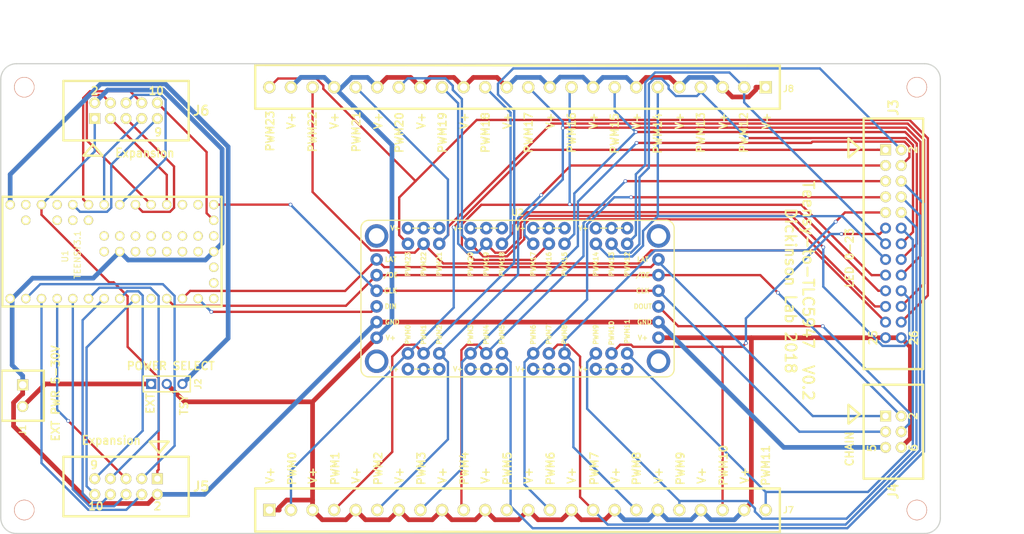
<source format=kicad_pcb>
(kicad_pcb (version 4) (host pcbnew 4.0.7-e2-6376~58~ubuntu16.04.1)

  (general
    (links 116)
    (no_connects 0)
    (area 50.536499 40.894001 219.189907 127.180501)
    (thickness 1.6)
    (drawings 67)
    (tracks 507)
    (zones 0)
    (modules 14)
    (nets 101)
  )

  (page A4)
  (layers
    (0 F.Cu signal)
    (31 B.Cu signal)
    (32 B.Adhes user)
    (33 F.Adhes user)
    (34 B.Paste user)
    (35 F.Paste user)
    (36 B.SilkS user)
    (37 F.SilkS user)
    (38 B.Mask user)
    (39 F.Mask user)
    (40 Dwgs.User user)
    (41 Cmts.User user)
    (42 Eco1.User user)
    (43 Eco2.User user)
    (44 Edge.Cuts user)
    (45 Margin user)
    (46 B.CrtYd user)
    (47 F.CrtYd user)
    (48 B.Fab user)
    (49 F.Fab user)
  )

  (setup
    (last_trace_width 0.381)
    (trace_clearance 0.2)
    (zone_clearance 0.508)
    (zone_45_only no)
    (trace_min 0.2)
    (segment_width 0.2)
    (edge_width 0.2032)
    (via_size 0.6)
    (via_drill 0.4)
    (via_min_size 0.4)
    (via_min_drill 0.3)
    (uvia_size 0.3)
    (uvia_drill 0.1)
    (uvias_allowed no)
    (uvia_min_size 0)
    (uvia_min_drill 0)
    (pcb_text_width 0.254)
    (pcb_text_size 1.27 1.27)
    (mod_edge_width 0.15)
    (mod_text_size 1 1)
    (mod_text_width 0.15)
    (pad_size 1.524 1.524)
    (pad_drill 0.762)
    (pad_to_mask_clearance 0.2)
    (aux_axis_origin 0 0)
    (visible_elements FFFFFF7F)
    (pcbplotparams
      (layerselection 0x010f0_80000001)
      (usegerberextensions false)
      (excludeedgelayer true)
      (linewidth 0.100000)
      (plotframeref false)
      (viasonmask false)
      (mode 1)
      (useauxorigin false)
      (hpglpennumber 1)
      (hpglpenspeed 20)
      (hpglpendiameter 15)
      (hpglpenoverlay 2)
      (psnegative false)
      (psa4output false)
      (plotreference true)
      (plotvalue true)
      (plotinvisibletext false)
      (padsonsilk false)
      (subtractmaskfromsilk false)
      (outputformat 1)
      (mirror false)
      (drillshape 0)
      (scaleselection 1)
      (outputdirectory gerber_v0p2/))
  )

  (net 0 "")
  (net 1 GND)
  (net 2 /VIN_EXT)
  (net 3 /VIN)
  (net 4 /VIN_TSY)
  (net 5 /PWM0)
  (net 6 /PWM1)
  (net 7 /PWM2)
  (net 8 /PWM3)
  (net 9 /PWM4)
  (net 10 /PWM5)
  (net 11 /PWM6)
  (net 12 /PWM7)
  (net 13 /PWM8)
  (net 14 /PWM9)
  (net 15 /PWM10)
  (net 16 /PWM11)
  (net 17 /PWM12)
  (net 18 /PWM13)
  (net 19 /PWM14)
  (net 20 /PWM15)
  (net 21 /PWM16)
  (net 22 /PWM17)
  (net 23 /PWM18)
  (net 24 /PWM19)
  (net 25 /PWM20)
  (net 26 /PWM21)
  (net 27 /PWM22)
  (net 28 /PWM23)
  (net 29 /LAT)
  (net 30 //OE)
  (net 31 /CLK)
  (net 32 /DOUT)
  (net 33 /3V3)
  (net 34 /D0)
  (net 35 /D1)
  (net 36 /D2)
  (net 37 /D3)
  (net 38 /D4)
  (net 39 /D5)
  (net 40 /D6)
  (net 41 /D7)
  (net 42 /D16)
  (net 43 /D17)
  (net 44 /D18)
  (net 45 /D19)
  (net 46 /D20)
  (net 47 /D21)
  (net 48 /D22)
  (net 49 /DAC)
  (net 50 "Net-(U1-Pad10)")
  (net 51 /DIN)
  (net 52 "Net-(U1-Pad14)")
  (net 53 "Net-(U1-Pad15)")
  (net 54 "Net-(U1-Pad16)")
  (net 55 "Net-(U1-Pad18)")
  (net 56 "Net-(U1-Pad21)")
  (net 57 "Net-(U1-Pad22)")
  (net 58 "Net-(U1-Pad30)")
  (net 59 "Net-(U1-Pad32)")
  (net 60 "Net-(U1-Pad34)")
  (net 61 "Net-(U1-Pad36)")
  (net 62 "Net-(U1-Pad37)")
  (net 63 "Net-(U1-Pad38)")
  (net 64 "Net-(U1-Pad39)")
  (net 65 "Net-(U1-Pad40)")
  (net 66 "Net-(U1-Pad41)")
  (net 67 "Net-(U1-Pad42)")
  (net 68 "Net-(U1-Pad43)")
  (net 69 "Net-(U1-Pad44)")
  (net 70 "Net-(U1-Pad45)")
  (net 71 "Net-(U1-Pad46)")
  (net 72 "Net-(U1-Pad47)")
  (net 73 "Net-(U1-Pad48)")
  (net 74 "Net-(U1-Pad49)")
  (net 75 "Net-(U1-Pad50)")
  (net 76 "Net-(U1-Pad51)")
  (net 77 "Net-(U2-Pad14)")
  (net 78 "Net-(U2-Pad16)")
  (net 79 "Net-(U2-Pad18)")
  (net 80 "Net-(U2-Pad20)")
  (net 81 "Net-(U2-Pad22)")
  (net 82 "Net-(U2-Pad24)")
  (net 83 "Net-(U2-Pad26)")
  (net 84 "Net-(U2-Pad28)")
  (net 85 "Net-(U2-Pad30)")
  (net 86 "Net-(U2-Pad32)")
  (net 87 "Net-(U2-Pad34)")
  (net 88 "Net-(U2-Pad36)")
  (net 89 "Net-(U2-Pad38)")
  (net 90 "Net-(U2-Pad40)")
  (net 91 "Net-(U2-Pad42)")
  (net 92 "Net-(U2-Pad44)")
  (net 93 "Net-(U2-Pad46)")
  (net 94 "Net-(U2-Pad48)")
  (net 95 "Net-(U2-Pad50)")
  (net 96 "Net-(U2-Pad52)")
  (net 97 "Net-(U2-Pad54)")
  (net 98 "Net-(U2-Pad56)")
  (net 99 "Net-(U2-Pad58)")
  (net 100 "Net-(U2-Pad60)")

  (net_class Default "This is the default net class."
    (clearance 0.2)
    (trace_width 0.381)
    (via_dia 0.6)
    (via_drill 0.4)
    (uvia_dia 0.3)
    (uvia_drill 0.1)
    (add_net //OE)
    (add_net /3V3)
    (add_net /CLK)
    (add_net /D0)
    (add_net /D1)
    (add_net /D16)
    (add_net /D17)
    (add_net /D18)
    (add_net /D19)
    (add_net /D2)
    (add_net /D20)
    (add_net /D21)
    (add_net /D22)
    (add_net /D3)
    (add_net /D4)
    (add_net /D5)
    (add_net /D6)
    (add_net /D7)
    (add_net /DAC)
    (add_net /DIN)
    (add_net /DOUT)
    (add_net /LAT)
    (add_net /PWM0)
    (add_net /PWM1)
    (add_net /PWM10)
    (add_net /PWM11)
    (add_net /PWM12)
    (add_net /PWM13)
    (add_net /PWM14)
    (add_net /PWM15)
    (add_net /PWM16)
    (add_net /PWM17)
    (add_net /PWM18)
    (add_net /PWM19)
    (add_net /PWM2)
    (add_net /PWM20)
    (add_net /PWM21)
    (add_net /PWM22)
    (add_net /PWM23)
    (add_net /PWM3)
    (add_net /PWM4)
    (add_net /PWM5)
    (add_net /PWM6)
    (add_net /PWM7)
    (add_net /PWM8)
    (add_net /PWM9)
    (add_net "Net-(U1-Pad10)")
    (add_net "Net-(U1-Pad14)")
    (add_net "Net-(U1-Pad15)")
    (add_net "Net-(U1-Pad16)")
    (add_net "Net-(U1-Pad18)")
    (add_net "Net-(U1-Pad21)")
    (add_net "Net-(U1-Pad22)")
    (add_net "Net-(U1-Pad30)")
    (add_net "Net-(U1-Pad32)")
    (add_net "Net-(U1-Pad34)")
    (add_net "Net-(U1-Pad36)")
    (add_net "Net-(U1-Pad37)")
    (add_net "Net-(U1-Pad38)")
    (add_net "Net-(U1-Pad39)")
    (add_net "Net-(U1-Pad40)")
    (add_net "Net-(U1-Pad41)")
    (add_net "Net-(U1-Pad42)")
    (add_net "Net-(U1-Pad43)")
    (add_net "Net-(U1-Pad44)")
    (add_net "Net-(U1-Pad45)")
    (add_net "Net-(U1-Pad46)")
    (add_net "Net-(U1-Pad47)")
    (add_net "Net-(U1-Pad48)")
    (add_net "Net-(U1-Pad49)")
    (add_net "Net-(U1-Pad50)")
    (add_net "Net-(U1-Pad51)")
    (add_net "Net-(U2-Pad14)")
    (add_net "Net-(U2-Pad16)")
    (add_net "Net-(U2-Pad18)")
    (add_net "Net-(U2-Pad20)")
    (add_net "Net-(U2-Pad22)")
    (add_net "Net-(U2-Pad24)")
    (add_net "Net-(U2-Pad26)")
    (add_net "Net-(U2-Pad28)")
    (add_net "Net-(U2-Pad30)")
    (add_net "Net-(U2-Pad32)")
    (add_net "Net-(U2-Pad34)")
    (add_net "Net-(U2-Pad36)")
    (add_net "Net-(U2-Pad38)")
    (add_net "Net-(U2-Pad40)")
    (add_net "Net-(U2-Pad42)")
    (add_net "Net-(U2-Pad44)")
    (add_net "Net-(U2-Pad46)")
    (add_net "Net-(U2-Pad48)")
    (add_net "Net-(U2-Pad50)")
    (add_net "Net-(U2-Pad52)")
    (add_net "Net-(U2-Pad54)")
    (add_net "Net-(U2-Pad56)")
    (add_net "Net-(U2-Pad58)")
    (add_net "Net-(U2-Pad60)")
  )

  (net_class Power ""
    (clearance 0.2)
    (trace_width 0.762)
    (via_dia 0.6)
    (via_drill 0.4)
    (uvia_dia 0.3)
    (uvia_drill 0.1)
    (add_net /VIN)
    (add_net /VIN_EXT)
    (add_net /VIN_TSY)
    (add_net GND)
  )

  (module BLOCK_CONN_2:BLOCK_CONN_2X1 (layer F.Cu) (tedit 5BF34C0F) (tstamp 5BF343CE)
    (at 54.356 104.648 270)
    (descr BLOCK_CONN_2X1)
    (tags BLOCK_CONN_2X1)
    (path /5BEF4932)
    (fp_text reference J1 (at 5.588 0 270) (layer F.SilkS)
      (effects (font (size 1.016 1.016) (thickness 0.2032)))
    )
    (fp_text value conn_1x2 (at 0.508 -5.588 270) (layer F.SilkS) hide
      (effects (font (thickness 0.3048)))
    )
    (fp_line (start -4.064 -3.429) (end -4.064 3.429) (layer F.SilkS) (width 0.381))
    (fp_line (start -4.064 3.429) (end 4.064 3.429) (layer F.SilkS) (width 0.381))
    (fp_line (start 4.064 3.429) (end 4.064 -3.429) (layer F.SilkS) (width 0.381))
    (fp_line (start 4.064 -3.429) (end -4.064 -3.429) (layer F.SilkS) (width 0.381))
    (pad 1 thru_hole rect (at -1.75006 0 270) (size 1.8 1.8) (drill 1.2) (layers *.Cu *.Mask F.SilkS)
      (net 1 GND))
    (pad 2 thru_hole circle (at 1.75006 0 270) (size 1.8 1.8) (drill 1.2) (layers *.Cu *.Mask F.SilkS)
      (net 2 /VIN_EXT))
  )

  (module PIN_ARRAY_1X3:PIN_ARRAY_1X3 (layer F.Cu) (tedit 5B86D555) (tstamp 5BF343D5)
    (at 77.724 102.743 90)
    (path /5BF334C6)
    (fp_text reference J2 (at 0 5.08 90) (layer F.SilkS)
      (effects (font (size 1.016 1.016) (thickness 0.2032)))
    )
    (fp_text value conn_1x3 (at 0 -4.826 90) (layer F.Fab) hide
      (effects (font (size 1.016 1.016) (thickness 0.2032)))
    )
    (fp_line (start -1.27 -3.81) (end -1.27 3.81) (layer F.SilkS) (width 0.254))
    (fp_line (start -1.27 3.81) (end 1.27 3.81) (layer F.SilkS) (width 0.254))
    (fp_line (start 1.27 3.81) (end 1.27 -3.81) (layer F.SilkS) (width 0.254))
    (fp_line (start 1.27 -3.81) (end -1.27 -3.81) (layer F.SilkS) (width 0.254))
    (pad 1 thru_hole rect (at 0 -2.54 90) (size 1.651 1.651) (drill 0.9906) (layers *.Cu *.Mask)
      (net 2 /VIN_EXT))
    (pad 2 thru_hole circle (at 0 0 90) (size 1.651 1.651) (drill 0.9906) (layers *.Cu *.Mask)
      (net 3 /VIN))
    (pad 3 thru_hole circle (at 0 2.54 90) (size 1.651 1.651) (drill 0.9906) (layers *.Cu *.Mask)
      (net 4 /VIN_TSY))
  )

  (module 13X2_SHRD_HEADER:5X2_SHRD_HEADER (layer F.Cu) (tedit 5BF34C33) (tstamp 5BF343F3)
    (at 195.58 80.01 270)
    (path /5BF03E2B)
    (fp_text reference J3 (at -22.098 0 270) (layer F.SilkS)
      (effects (font (thickness 0.3048)))
    )
    (fp_text value conn_2x13_odd_even (at 0 6.604 270) (layer F.SilkS) hide
      (effects (font (thickness 0.3048)))
    )
    (fp_line (start 20.32 -4.826) (end 20.32 4.826) (layer F.SilkS) (width 0.381))
    (fp_line (start 0 4.826) (end 20.32 4.826) (layer F.SilkS) (width 0.381))
    (fp_line (start 0 -4.826) (end 20.32 -4.826) (layer F.SilkS) (width 0.381))
    (fp_line (start -20.32 -4.826) (end 0 -4.826) (layer F.SilkS) (width 0.381))
    (fp_line (start 0 4.826) (end -20.32 4.826) (layer F.SilkS) (width 0.381))
    (fp_line (start -20.32 4.826) (end -20.32 -4.826) (layer F.SilkS) (width 0.381))
    (fp_line (start -17.06118 7.29996) (end -14.0589 7.29996) (layer F.SilkS) (width 0.381))
    (fp_text user 26 (at 15.24 -3.302 270) (layer F.SilkS)
      (effects (font (size 1.27 1.27) (thickness 0.254)))
    )
    (fp_text user 25 (at 15.24 3.302 270) (layer F.SilkS)
      (effects (font (size 1.27 1.27) (thickness 0.254)))
    )
    (fp_text user 2 (at -15.26032 -3.2004 270) (layer F.SilkS)
      (effects (font (size 1.27 1.27) (thickness 0.254)))
    )
    (fp_line (start -15.52448 5.48894) (end -17.04848 7.26694) (layer F.SilkS) (width 0.381))
    (fp_line (start -14.00048 7.2644) (end -15.52448 5.4864) (layer F.SilkS) (width 0.381))
    (pad 1 thru_hole rect (at -15.24 1.27 270) (size 1.778 1.778) (drill 1.016) (layers *.Cu *.Mask F.SilkS)
      (net 5 /PWM0))
    (pad 2 thru_hole circle (at -15.24 -1.27 270) (size 1.778 1.778) (drill 1.016) (layers *.Cu *.Mask F.SilkS)
      (net 6 /PWM1))
    (pad 3 thru_hole circle (at -12.7 1.27 270) (size 1.778 1.778) (drill 1.016) (layers *.Cu *.Mask F.SilkS)
      (net 7 /PWM2))
    (pad 4 thru_hole circle (at -12.7 -1.27 270) (size 1.778 1.778) (drill 1.016) (layers *.Cu *.Mask F.SilkS)
      (net 8 /PWM3))
    (pad 5 thru_hole circle (at -10.16 1.27 270) (size 1.778 1.778) (drill 1.016) (layers *.Cu *.Mask F.SilkS)
      (net 9 /PWM4))
    (pad 6 thru_hole circle (at -10.16 -1.27 270) (size 1.778 1.778) (drill 1.016) (layers *.Cu *.Mask F.SilkS)
      (net 10 /PWM5))
    (pad 7 thru_hole circle (at -7.62 1.27 270) (size 1.778 1.778) (drill 1.016) (layers *.Cu *.Mask F.SilkS)
      (net 11 /PWM6))
    (pad 8 thru_hole circle (at -7.62 -1.27 270) (size 1.778 1.778) (drill 1.016) (layers *.Cu *.Mask F.SilkS)
      (net 12 /PWM7))
    (pad 9 thru_hole circle (at -5.08 1.27 270) (size 1.778 1.778) (drill 1.016) (layers *.Cu *.Mask F.SilkS)
      (net 13 /PWM8))
    (pad 10 thru_hole circle (at -5.08 -1.27 270) (size 1.778 1.778) (drill 1.016) (layers *.Cu *.Mask F.SilkS)
      (net 14 /PWM9))
    (pad 11 thru_hole circle (at -2.54 1.27 270) (size 1.778 1.778) (drill 1.016) (layers *.Cu *.Mask)
      (net 15 /PWM10))
    (pad 12 thru_hole circle (at -2.54 -1.27 270) (size 1.778 1.778) (drill 1.016) (layers *.Cu *.Mask)
      (net 16 /PWM11))
    (pad 13 thru_hole circle (at 0 1.27 270) (size 1.778 1.778) (drill 1.016) (layers *.Cu *.Mask)
      (net 17 /PWM12))
    (pad 14 thru_hole circle (at 0 -1.27 270) (size 1.778 1.778) (drill 1.016) (layers *.Cu *.Mask)
      (net 18 /PWM13))
    (pad 15 thru_hole circle (at 2.54 1.27 270) (size 1.778 1.778) (drill 1.016) (layers *.Cu *.Mask)
      (net 19 /PWM14))
    (pad 16 thru_hole circle (at 2.54 -1.27 270) (size 1.778 1.778) (drill 1.016) (layers *.Cu *.Mask)
      (net 20 /PWM15))
    (pad 17 thru_hole circle (at 5.08 1.27 270) (size 1.778 1.778) (drill 1.016) (layers *.Cu *.Mask)
      (net 21 /PWM16))
    (pad 18 thru_hole circle (at 5.08 -1.27 270) (size 1.778 1.778) (drill 1.016) (layers *.Cu *.Mask)
      (net 22 /PWM17))
    (pad 19 thru_hole circle (at 7.62 1.27 270) (size 1.778 1.778) (drill 1.016) (layers *.Cu *.Mask)
      (net 23 /PWM18))
    (pad 20 thru_hole circle (at 7.62 -1.27 270) (size 1.778 1.778) (drill 1.016) (layers *.Cu *.Mask)
      (net 24 /PWM19))
    (pad 21 thru_hole circle (at 10.16 1.27 270) (size 1.778 1.778) (drill 1.016) (layers *.Cu *.Mask)
      (net 25 /PWM20))
    (pad 22 thru_hole circle (at 10.16 -1.27 270) (size 1.778 1.778) (drill 1.016) (layers *.Cu *.Mask)
      (net 26 /PWM21))
    (pad 23 thru_hole circle (at 12.7 1.27 270) (size 1.778 1.778) (drill 1.016) (layers *.Cu *.Mask)
      (net 27 /PWM22))
    (pad 24 thru_hole circle (at 12.7 -1.27 270) (size 1.778 1.778) (drill 1.016) (layers *.Cu *.Mask)
      (net 28 /PWM23))
    (pad 25 thru_hole circle (at 15.24 1.27 270) (size 1.778 1.778) (drill 1.016) (layers *.Cu *.Mask)
      (net 3 /VIN))
    (pad 26 thru_hole circle (at 15.24 -1.27 270) (size 1.778 1.778) (drill 1.016) (layers *.Cu *.Mask)
      (net 3 /VIN))
  )

  (module 3X2_SHRD_HEADER:3X2_SHRD_HEADER (layer F.Cu) (tedit 5BF34C25) (tstamp 5BF343FD)
    (at 195.58 110.49 270)
    (path /5BEF49CB)
    (fp_text reference J4 (at 9.652 0 270) (layer F.SilkS)
      (effects (font (thickness 0.3048)))
    )
    (fp_text value conn_2x3_odd_even (at 5.19938 6.2992 270) (layer F.SilkS) hide
      (effects (font (thickness 0.3048)))
    )
    (fp_text user 6 (at 2.6035 -3.2385 270) (layer F.SilkS)
      (effects (font (size 1.27 1.27) (thickness 0.254)))
    )
    (fp_text user 5 (at 2.667 3.4925 270) (layer F.SilkS)
      (effects (font (size 1.27 1.27) (thickness 0.254)))
    )
    (fp_line (start -7.62 4.826) (end 7.62 4.826) (layer F.SilkS) (width 0.381))
    (fp_line (start -7.62 -4.826) (end 7.62 -4.826) (layer F.SilkS) (width 0.381))
    (fp_line (start 7.62 -4.826) (end 7.62 4.826) (layer F.SilkS) (width 0.381))
    (fp_line (start -7.62 4.826) (end -7.62 -4.826) (layer F.SilkS) (width 0.381))
    (fp_line (start -4.36118 7.29996) (end -1.3589 7.29996) (layer F.SilkS) (width 0.381))
    (fp_text user 2 (at -2.56032 -3.2004 270) (layer F.SilkS)
      (effects (font (size 1.27 1.27) (thickness 0.254)))
    )
    (fp_line (start -2.82448 5.48894) (end -4.34848 7.26694) (layer F.SilkS) (width 0.381))
    (fp_line (start -1.30048 7.2644) (end -2.82448 5.4864) (layer F.SilkS) (width 0.381))
    (pad 1 thru_hole rect (at -2.54 1.27 270) (size 1.778 1.778) (drill 1.016) (layers *.Cu *.Mask F.SilkS)
      (net 29 /LAT))
    (pad 2 thru_hole circle (at -2.54 -1.27 270) (size 1.778 1.778) (drill 1.016) (layers *.Cu *.Mask F.SilkS)
      (net 30 //OE))
    (pad 3 thru_hole circle (at 0 1.27 270) (size 1.778 1.778) (drill 1.016) (layers *.Cu *.Mask F.SilkS)
      (net 31 /CLK))
    (pad 4 thru_hole circle (at 0 -1.27 270) (size 1.778 1.778) (drill 1.016) (layers *.Cu *.Mask F.SilkS)
      (net 32 /DOUT))
    (pad 5 thru_hole circle (at 2.54 1.27 270) (size 1.778 1.778) (drill 1.016) (layers *.Cu *.Mask F.SilkS)
      (net 1 GND))
    (pad 6 thru_hole circle (at 2.54 -1.27 270) (size 1.778 1.778) (drill 1.016) (layers *.Cu *.Mask F.SilkS)
      (net 3 /VIN))
  )

  (module 5X2_SHRD_HEADER:5X2_SHRD_HEADER (layer F.Cu) (tedit 5BF34C02) (tstamp 5BF3440B)
    (at 71.12 119.38 180)
    (path /5BF0E3B5)
    (fp_text reference J5 (at -12.192 0 180) (layer F.SilkS)
      (effects (font (thickness 0.3048)))
    )
    (fp_text value conn_2x5_odd_even (at 5.19938 6.2992 180) (layer F.SilkS) hide
      (effects (font (thickness 0.3048)))
    )
    (fp_line (start -10.16 -4.826) (end 10.16 -4.826) (layer F.SilkS) (width 0.381))
    (fp_line (start 10.16 -4.826) (end 10.16 4.826) (layer F.SilkS) (width 0.381))
    (fp_line (start 10.16 4.826) (end -10.16 4.826) (layer F.SilkS) (width 0.381))
    (fp_line (start -10.16 4.826) (end -10.16 -4.826) (layer F.SilkS) (width 0.381))
    (fp_line (start -6.90118 7.29996) (end -3.8989 7.29996) (layer F.SilkS) (width 0.381))
    (fp_text user 10 (at 4.89966 -3.2004 180) (layer F.SilkS)
      (effects (font (size 1.27 1.27) (thickness 0.254)))
    )
    (fp_text user 9 (at 5.19938 3.50012 180) (layer F.SilkS)
      (effects (font (size 1.27 1.27) (thickness 0.254)))
    )
    (fp_text user 2 (at -5.10032 -3.2004 180) (layer F.SilkS)
      (effects (font (size 1.27 1.27) (thickness 0.254)))
    )
    (fp_line (start -5.36448 5.48894) (end -6.88848 7.26694) (layer F.SilkS) (width 0.381))
    (fp_line (start -3.84048 7.2644) (end -5.36448 5.4864) (layer F.SilkS) (width 0.381))
    (pad 1 thru_hole rect (at -5.08 1.27 180) (size 1.778 1.778) (drill 1.016) (layers *.Cu *.Mask F.SilkS)
      (net 33 /3V3))
    (pad 2 thru_hole circle (at -5.08 -1.27 180) (size 1.778 1.778) (drill 1.016) (layers *.Cu *.Mask F.SilkS)
      (net 1 GND))
    (pad 3 thru_hole circle (at -2.54 1.27 180) (size 1.778 1.778) (drill 1.016) (layers *.Cu *.Mask F.SilkS)
      (net 34 /D0))
    (pad 4 thru_hole circle (at -2.54 -1.27 180) (size 1.778 1.778) (drill 1.016) (layers *.Cu *.Mask F.SilkS)
      (net 35 /D1))
    (pad 5 thru_hole circle (at 0 1.27 180) (size 1.778 1.778) (drill 1.016) (layers *.Cu *.Mask F.SilkS)
      (net 36 /D2))
    (pad 6 thru_hole circle (at 0 -1.27 180) (size 1.778 1.778) (drill 1.016) (layers *.Cu *.Mask F.SilkS)
      (net 37 /D3))
    (pad 7 thru_hole circle (at 2.54 1.27 180) (size 1.778 1.778) (drill 1.016) (layers *.Cu *.Mask F.SilkS)
      (net 38 /D4))
    (pad 8 thru_hole circle (at 2.54 -1.27 180) (size 1.778 1.778) (drill 1.016) (layers *.Cu *.Mask F.SilkS)
      (net 39 /D5))
    (pad 9 thru_hole circle (at 5.08 1.27 180) (size 1.778 1.778) (drill 1.016) (layers *.Cu *.Mask F.SilkS)
      (net 40 /D6))
    (pad 10 thru_hole circle (at 5.08 -1.27 180) (size 1.778 1.778) (drill 1.016) (layers *.Cu *.Mask F.SilkS)
      (net 41 /D7))
  )

  (module 5X2_SHRD_HEADER:5X2_SHRD_HEADER (layer F.Cu) (tedit 5BF34BFB) (tstamp 5BF34419)
    (at 71.12 58.42)
    (path /5BF0E4F7)
    (fp_text reference J6 (at 12.192 0) (layer F.SilkS)
      (effects (font (thickness 0.3048)))
    )
    (fp_text value conn_2x5_odd_even (at 5.19938 6.2992) (layer F.SilkS) hide
      (effects (font (thickness 0.3048)))
    )
    (fp_line (start -10.16 -4.826) (end 10.16 -4.826) (layer F.SilkS) (width 0.381))
    (fp_line (start 10.16 -4.826) (end 10.16 4.826) (layer F.SilkS) (width 0.381))
    (fp_line (start 10.16 4.826) (end -10.16 4.826) (layer F.SilkS) (width 0.381))
    (fp_line (start -10.16 4.826) (end -10.16 -4.826) (layer F.SilkS) (width 0.381))
    (fp_line (start -6.90118 7.29996) (end -3.8989 7.29996) (layer F.SilkS) (width 0.381))
    (fp_text user 10 (at 4.89966 -3.2004) (layer F.SilkS)
      (effects (font (size 1.27 1.27) (thickness 0.254)))
    )
    (fp_text user 9 (at 5.19938 3.50012) (layer F.SilkS)
      (effects (font (size 1.27 1.27) (thickness 0.254)))
    )
    (fp_text user 2 (at -5.10032 -3.2004) (layer F.SilkS)
      (effects (font (size 1.27 1.27) (thickness 0.254)))
    )
    (fp_line (start -5.36448 5.48894) (end -6.88848 7.26694) (layer F.SilkS) (width 0.381))
    (fp_line (start -3.84048 7.2644) (end -5.36448 5.4864) (layer F.SilkS) (width 0.381))
    (pad 1 thru_hole rect (at -5.08 1.27) (size 1.778 1.778) (drill 1.016) (layers *.Cu *.Mask F.SilkS)
      (net 33 /3V3))
    (pad 2 thru_hole circle (at -5.08 -1.27) (size 1.778 1.778) (drill 1.016) (layers *.Cu *.Mask F.SilkS)
      (net 1 GND))
    (pad 3 thru_hole circle (at -2.54 1.27) (size 1.778 1.778) (drill 1.016) (layers *.Cu *.Mask F.SilkS)
      (net 42 /D16))
    (pad 4 thru_hole circle (at -2.54 -1.27) (size 1.778 1.778) (drill 1.016) (layers *.Cu *.Mask F.SilkS)
      (net 43 /D17))
    (pad 5 thru_hole circle (at 0 1.27) (size 1.778 1.778) (drill 1.016) (layers *.Cu *.Mask F.SilkS)
      (net 44 /D18))
    (pad 6 thru_hole circle (at 0 -1.27) (size 1.778 1.778) (drill 1.016) (layers *.Cu *.Mask F.SilkS)
      (net 45 /D19))
    (pad 7 thru_hole circle (at 2.54 1.27) (size 1.778 1.778) (drill 1.016) (layers *.Cu *.Mask F.SilkS)
      (net 46 /D20))
    (pad 8 thru_hole circle (at 2.54 -1.27) (size 1.778 1.778) (drill 1.016) (layers *.Cu *.Mask F.SilkS)
      (net 47 /D21))
    (pad 9 thru_hole circle (at 5.08 1.27) (size 1.778 1.778) (drill 1.016) (layers *.Cu *.Mask F.SilkS)
      (net 48 /D22))
    (pad 10 thru_hole circle (at 5.08 -1.27) (size 1.778 1.778) (drill 1.016) (layers *.Cu *.Mask F.SilkS)
      (net 49 /DAC))
  )

  (module BLOCK_CONN_24:BLOCK_CONN_2X1 (layer F.Cu) (tedit 5BF34C1C) (tstamp 5BF34435)
    (at 134.62 123.19)
    (descr BLOCK_CONN_2X1)
    (tags BLOCK_CONN_2X1)
    (path /5BF339B2)
    (fp_text reference J7 (at 43.942 0) (layer F.SilkS)
      (effects (font (size 1.016 1.016) (thickness 0.2032)))
    )
    (fp_text value conn_1x24 (at 2.25 -5.1) (layer F.SilkS) hide
      (effects (font (thickness 0.3048)))
    )
    (fp_line (start -42.55 -3.5) (end 42.55 -3.5) (layer F.SilkS) (width 0.381))
    (fp_line (start -42.55 -3.5) (end -42.55 3.5) (layer F.SilkS) (width 0.381))
    (fp_line (start 42.55 -3.5) (end 42.55 3.6) (layer F.SilkS) (width 0.381))
    (fp_line (start -42.55 3.5) (end 42.55 3.6) (layer F.SilkS) (width 0.381))
    (pad 1 thru_hole rect (at -40.25006 0) (size 2 2) (drill 1.2) (layers *.Cu *.Mask F.SilkS)
      (net 3 /VIN))
    (pad 2 thru_hole circle (at -36.74994 0) (size 2 2) (drill 1.2) (layers *.Cu *.Mask F.SilkS)
      (net 5 /PWM0))
    (pad 3 thru_hole circle (at -33.25 0) (size 2 2) (drill 1.2) (layers *.Cu *.Mask F.SilkS)
      (net 3 /VIN))
    (pad 4 thru_hole circle (at -29.75 0) (size 2 2) (drill 1.2) (layers *.Cu *.Mask F.SilkS)
      (net 6 /PWM1))
    (pad 5 thru_hole circle (at -26.25 0) (size 2 2) (drill 1.2) (layers *.Cu *.Mask F.SilkS)
      (net 3 /VIN))
    (pad 6 thru_hole circle (at -22.75 0) (size 2 2) (drill 1.2) (layers *.Cu *.Mask F.SilkS)
      (net 7 /PWM2))
    (pad 7 thru_hole circle (at -19.25 0) (size 2 2) (drill 1.2) (layers *.Cu *.Mask F.SilkS)
      (net 3 /VIN))
    (pad 8 thru_hole circle (at -15.75 0) (size 2 2) (drill 1.2) (layers *.Cu *.Mask F.SilkS)
      (net 8 /PWM3))
    (pad 9 thru_hole circle (at -12.25 0) (size 2 2) (drill 1.2) (layers *.Cu *.Mask F.SilkS)
      (net 3 /VIN))
    (pad 10 thru_hole circle (at -8.75 0) (size 2 2) (drill 1.2) (layers *.Cu *.Mask F.SilkS)
      (net 9 /PWM4))
    (pad 11 thru_hole circle (at -5.25 0) (size 2 2) (drill 1.2) (layers *.Cu *.Mask F.SilkS)
      (net 3 /VIN))
    (pad 12 thru_hole circle (at -1.75 0) (size 2 2) (drill 1.2) (layers *.Cu *.Mask F.SilkS)
      (net 10 /PWM5))
    (pad 13 thru_hole circle (at 1.75 0) (size 2 2) (drill 1.2) (layers *.Cu *.Mask F.SilkS)
      (net 3 /VIN))
    (pad 14 thru_hole circle (at 5.25 0) (size 2 2) (drill 1.2) (layers *.Cu *.Mask F.SilkS)
      (net 11 /PWM6))
    (pad 15 thru_hole circle (at 8.75 0) (size 2 2) (drill 1.2) (layers *.Cu *.Mask F.SilkS)
      (net 3 /VIN))
    (pad 16 thru_hole circle (at 12.25 0) (size 2 2) (drill 1.2) (layers *.Cu *.Mask F.SilkS)
      (net 12 /PWM7))
    (pad 17 thru_hole circle (at 15.75 0) (size 2 2) (drill 1.2) (layers *.Cu *.Mask F.SilkS)
      (net 3 /VIN))
    (pad 18 thru_hole circle (at 19.25 0) (size 2 2) (drill 1.2) (layers *.Cu *.Mask F.SilkS)
      (net 13 /PWM8))
    (pad 19 thru_hole circle (at 22.75 0) (size 2 2) (drill 1.2) (layers *.Cu *.Mask F.SilkS)
      (net 3 /VIN))
    (pad 20 thru_hole circle (at 26.25 0) (size 2 2) (drill 1.2) (layers *.Cu *.Mask F.SilkS)
      (net 14 /PWM9))
    (pad 21 thru_hole circle (at 29.75 0) (size 2 2) (drill 1.2) (layers *.Cu *.Mask F.SilkS)
      (net 3 /VIN))
    (pad 22 thru_hole circle (at 33.25 0) (size 2 2) (drill 1.2) (layers *.Cu *.Mask F.SilkS)
      (net 15 /PWM10))
    (pad 23 thru_hole circle (at 36.75 0) (size 2 2) (drill 1.2) (layers *.Cu *.Mask F.SilkS)
      (net 3 /VIN))
    (pad 24 thru_hole circle (at 40.25 0) (size 2 2) (drill 1.2) (layers *.Cu *.Mask F.SilkS)
      (net 16 /PWM11))
  )

  (module BLOCK_CONN_24:BLOCK_CONN_2X1 (layer F.Cu) (tedit 5BF34BF6) (tstamp 5BF34451)
    (at 134.62 54.61 180)
    (descr BLOCK_CONN_2X1)
    (tags BLOCK_CONN_2X1)
    (path /5BF35DF3)
    (fp_text reference J8 (at -43.942 -0.254 180) (layer F.SilkS)
      (effects (font (size 1.016 1.016) (thickness 0.2032)))
    )
    (fp_text value conn_1x24 (at 2.25 -5.1 180) (layer F.SilkS) hide
      (effects (font (thickness 0.3048)))
    )
    (fp_line (start -42.55 -3.5) (end 42.55 -3.5) (layer F.SilkS) (width 0.381))
    (fp_line (start -42.55 -3.5) (end -42.55 3.5) (layer F.SilkS) (width 0.381))
    (fp_line (start 42.55 -3.5) (end 42.55 3.6) (layer F.SilkS) (width 0.381))
    (fp_line (start -42.55 3.5) (end 42.55 3.6) (layer F.SilkS) (width 0.381))
    (pad 1 thru_hole rect (at -40.25006 0 180) (size 2 2) (drill 1.2) (layers *.Cu *.Mask F.SilkS)
      (net 3 /VIN))
    (pad 2 thru_hole circle (at -36.74994 0 180) (size 2 2) (drill 1.2) (layers *.Cu *.Mask F.SilkS)
      (net 17 /PWM12))
    (pad 3 thru_hole circle (at -33.25 0 180) (size 2 2) (drill 1.2) (layers *.Cu *.Mask F.SilkS)
      (net 3 /VIN))
    (pad 4 thru_hole circle (at -29.75 0 180) (size 2 2) (drill 1.2) (layers *.Cu *.Mask F.SilkS)
      (net 18 /PWM13))
    (pad 5 thru_hole circle (at -26.25 0 180) (size 2 2) (drill 1.2) (layers *.Cu *.Mask F.SilkS)
      (net 3 /VIN))
    (pad 6 thru_hole circle (at -22.75 0 180) (size 2 2) (drill 1.2) (layers *.Cu *.Mask F.SilkS)
      (net 19 /PWM14))
    (pad 7 thru_hole circle (at -19.25 0 180) (size 2 2) (drill 1.2) (layers *.Cu *.Mask F.SilkS)
      (net 3 /VIN))
    (pad 8 thru_hole circle (at -15.75 0 180) (size 2 2) (drill 1.2) (layers *.Cu *.Mask F.SilkS)
      (net 20 /PWM15))
    (pad 9 thru_hole circle (at -12.25 0 180) (size 2 2) (drill 1.2) (layers *.Cu *.Mask F.SilkS)
      (net 3 /VIN))
    (pad 10 thru_hole circle (at -8.75 0 180) (size 2 2) (drill 1.2) (layers *.Cu *.Mask F.SilkS)
      (net 21 /PWM16))
    (pad 11 thru_hole circle (at -5.25 0 180) (size 2 2) (drill 1.2) (layers *.Cu *.Mask F.SilkS)
      (net 3 /VIN))
    (pad 12 thru_hole circle (at -1.75 0 180) (size 2 2) (drill 1.2) (layers *.Cu *.Mask F.SilkS)
      (net 22 /PWM17))
    (pad 13 thru_hole circle (at 1.75 0 180) (size 2 2) (drill 1.2) (layers *.Cu *.Mask F.SilkS)
      (net 3 /VIN))
    (pad 14 thru_hole circle (at 5.25 0 180) (size 2 2) (drill 1.2) (layers *.Cu *.Mask F.SilkS)
      (net 23 /PWM18))
    (pad 15 thru_hole circle (at 8.75 0 180) (size 2 2) (drill 1.2) (layers *.Cu *.Mask F.SilkS)
      (net 3 /VIN))
    (pad 16 thru_hole circle (at 12.25 0 180) (size 2 2) (drill 1.2) (layers *.Cu *.Mask F.SilkS)
      (net 24 /PWM19))
    (pad 17 thru_hole circle (at 15.75 0 180) (size 2 2) (drill 1.2) (layers *.Cu *.Mask F.SilkS)
      (net 3 /VIN))
    (pad 18 thru_hole circle (at 19.25 0 180) (size 2 2) (drill 1.2) (layers *.Cu *.Mask F.SilkS)
      (net 25 /PWM20))
    (pad 19 thru_hole circle (at 22.75 0 180) (size 2 2) (drill 1.2) (layers *.Cu *.Mask F.SilkS)
      (net 3 /VIN))
    (pad 20 thru_hole circle (at 26.25 0 180) (size 2 2) (drill 1.2) (layers *.Cu *.Mask F.SilkS)
      (net 26 /PWM21))
    (pad 21 thru_hole circle (at 29.75 0 180) (size 2 2) (drill 1.2) (layers *.Cu *.Mask F.SilkS)
      (net 3 /VIN))
    (pad 22 thru_hole circle (at 33.25 0 180) (size 2 2) (drill 1.2) (layers *.Cu *.Mask F.SilkS)
      (net 27 /PWM22))
    (pad 23 thru_hole circle (at 36.75 0 180) (size 2 2) (drill 1.2) (layers *.Cu *.Mask F.SilkS)
      (net 3 /VIN))
    (pad 24 thru_hole circle (at 40.25 0 180) (size 2 2) (drill 1.2) (layers *.Cu *.Mask F.SilkS)
      (net 28 /PWM23))
  )

  (module Teensy3x:TEENSY3X (layer F.Cu) (tedit 54ECFD4A) (tstamp 5BF34488)
    (at 68.834 81.28 90)
    (path /5BEF0501)
    (fp_text reference U1 (at -0.762 -7.62 90) (layer F.SilkS)
      (effects (font (size 1 1) (thickness 0.15)))
    )
    (fp_text value TEENSY3.1 (at -0.508 -5.588 90) (layer F.SilkS)
      (effects (font (size 1 1) (thickness 0.15)))
    )
    (fp_line (start -8.89 -17.78) (end -8.89 17.78) (layer F.SilkS) (width 0.381))
    (fp_line (start -8.89 17.78) (end 8.89 17.78) (layer F.SilkS) (width 0.381))
    (fp_line (start 8.89 17.78) (end 8.89 -17.78) (layer F.SilkS) (width 0.381))
    (fp_line (start 8.89 -17.78) (end -8.89 -17.78) (layer F.SilkS) (width 0.381))
    (pad 1 thru_hole circle (at -7.62 -16.51 90) (size 1.524 1.524) (drill 1.016) (layers *.Cu *.Mask F.SilkS)
      (net 1 GND))
    (pad 2 thru_hole circle (at -7.62 -13.97 90) (size 1.524 1.524) (drill 1.016) (layers *.Cu *.Mask F.SilkS)
      (net 34 /D0))
    (pad 3 thru_hole circle (at -7.62 -11.43 90) (size 1.524 1.524) (drill 1.016) (layers *.Cu *.Mask F.SilkS)
      (net 35 /D1))
    (pad 4 thru_hole circle (at -7.62 -8.89 90) (size 1.524 1.524) (drill 1.016) (layers *.Cu *.Mask F.SilkS)
      (net 36 /D2))
    (pad 5 thru_hole circle (at -7.62 -6.35 90) (size 1.524 1.524) (drill 1.016) (layers *.Cu *.Mask F.SilkS)
      (net 37 /D3))
    (pad 6 thru_hole circle (at -7.62 -3.81 90) (size 1.524 1.524) (drill 1.016) (layers *.Cu *.Mask F.SilkS)
      (net 38 /D4))
    (pad 7 thru_hole circle (at -7.62 -1.27 90) (size 1.524 1.524) (drill 1.016) (layers *.Cu *.Mask F.SilkS)
      (net 39 /D5))
    (pad 8 thru_hole circle (at -7.62 1.27 90) (size 1.524 1.524) (drill 1.016) (layers *.Cu *.Mask F.SilkS)
      (net 40 /D6))
    (pad 9 thru_hole circle (at -7.62 3.81 90) (size 1.524 1.524) (drill 1.016) (layers *.Cu *.Mask F.SilkS)
      (net 41 /D7))
    (pad 10 thru_hole circle (at -7.62 6.35 90) (size 1.524 1.524) (drill 1.016) (layers *.Cu *.Mask F.SilkS)
      (net 50 "Net-(U1-Pad10)"))
    (pad 11 thru_hole circle (at -7.62 8.89 90) (size 1.524 1.524) (drill 1.016) (layers *.Cu *.Mask F.SilkS)
      (net 30 //OE))
    (pad 12 thru_hole circle (at -7.62 11.43 90) (size 1.524 1.524) (drill 1.016) (layers *.Cu *.Mask F.SilkS)
      (net 29 /LAT))
    (pad 13 thru_hole circle (at -7.62 13.97 90) (size 1.524 1.524) (drill 1.016) (layers *.Cu *.Mask F.SilkS)
      (net 51 /DIN))
    (pad 14 thru_hole circle (at -7.62 16.51 90) (size 1.524 1.524) (drill 1.016) (layers *.Cu *.Mask F.SilkS)
      (net 52 "Net-(U1-Pad14)"))
    (pad 15 thru_hole circle (at -5.08 16.51 90) (size 1.524 1.524) (drill 1.016) (layers *.Cu *.Mask F.SilkS)
      (net 53 "Net-(U1-Pad15)"))
    (pad 16 thru_hole circle (at -2.54 16.51 90) (size 1.524 1.524) (drill 1.016) (layers *.Cu *.Mask F.SilkS)
      (net 54 "Net-(U1-Pad16)"))
    (pad 17 thru_hole circle (at 0 16.51 90) (size 1.524 1.524) (drill 1.016) (layers *.Cu *.Mask F.SilkS)
      (net 1 GND))
    (pad 18 thru_hole circle (at 2.54 16.51 90) (size 1.524 1.524) (drill 1.016) (layers *.Cu *.Mask F.SilkS)
      (net 55 "Net-(U1-Pad18)"))
    (pad 19 thru_hole circle (at 5.08 16.51 90) (size 1.524 1.524) (drill 1.016) (layers *.Cu *.Mask F.SilkS)
      (net 49 /DAC))
    (pad 20 thru_hole circle (at 7.62 16.51 90) (size 1.524 1.524) (drill 1.016) (layers *.Cu *.Mask F.SilkS)
      (net 31 /CLK))
    (pad 21 thru_hole circle (at 7.62 13.97 90) (size 1.524 1.524) (drill 1.016) (layers *.Cu *.Mask F.SilkS)
      (net 56 "Net-(U1-Pad21)"))
    (pad 22 thru_hole circle (at 7.62 11.43 90) (size 1.524 1.524) (drill 1.016) (layers *.Cu *.Mask F.SilkS)
      (net 57 "Net-(U1-Pad22)"))
    (pad 23 thru_hole circle (at 7.62 8.89 90) (size 1.524 1.524) (drill 1.016) (layers *.Cu *.Mask F.SilkS)
      (net 42 /D16))
    (pad 24 thru_hole circle (at 7.62 6.35 90) (size 1.524 1.524) (drill 1.016) (layers *.Cu *.Mask F.SilkS)
      (net 43 /D17))
    (pad 25 thru_hole circle (at 7.62 3.81 90) (size 1.524 1.524) (drill 1.016) (layers *.Cu *.Mask F.SilkS)
      (net 44 /D18))
    (pad 26 thru_hole circle (at 7.62 1.27 90) (size 1.524 1.524) (drill 1.016) (layers *.Cu *.Mask F.SilkS)
      (net 45 /D19))
    (pad 27 thru_hole circle (at 7.62 -1.27 90) (size 1.524 1.524) (drill 1.016) (layers *.Cu *.Mask F.SilkS)
      (net 46 /D20))
    (pad 28 thru_hole circle (at 7.62 -3.81 90) (size 1.524 1.524) (drill 1.016) (layers *.Cu *.Mask F.SilkS)
      (net 47 /D21))
    (pad 29 thru_hole circle (at 7.62 -6.35 90) (size 1.524 1.524) (drill 1.016) (layers *.Cu *.Mask F.SilkS)
      (net 48 /D22))
    (pad 30 thru_hole circle (at 7.62 -8.89 90) (size 1.524 1.524) (drill 1.016) (layers *.Cu *.Mask F.SilkS)
      (net 58 "Net-(U1-Pad30)"))
    (pad 31 thru_hole circle (at 7.62 -11.43 90) (size 1.524 1.524) (drill 1.016) (layers *.Cu *.Mask F.SilkS)
      (net 33 /3V3))
    (pad 32 thru_hole circle (at 7.62 -13.97 90) (size 1.524 1.524) (drill 1.016) (layers *.Cu *.Mask F.SilkS)
      (net 59 "Net-(U1-Pad32)"))
    (pad 33 thru_hole circle (at 7.62 -16.51 90) (size 1.524 1.524) (drill 1.016) (layers *.Cu *.Mask F.SilkS)
      (net 4 /VIN_TSY))
    (pad 34 thru_hole circle (at 0 -1.27 90) (size 1.524 1.524) (drill 1.016) (layers *.Cu *.Mask F.SilkS)
      (net 60 "Net-(U1-Pad34)"))
    (pad 35 thru_hole circle (at 0 1.27 90) (size 1.524 1.524) (drill 1.016) (layers *.Cu *.Mask F.SilkS)
      (net 1 GND))
    (pad 36 thru_hole circle (at 0 3.81 90) (size 1.524 1.524) (drill 1.016) (layers *.Cu *.Mask F.SilkS)
      (net 61 "Net-(U1-Pad36)"))
    (pad 37 thru_hole circle (at 0 6.35 90) (size 1.524 1.524) (drill 1.016) (layers *.Cu *.Mask F.SilkS)
      (net 62 "Net-(U1-Pad37)"))
    (pad 38 thru_hole circle (at 0 8.89 90) (size 1.524 1.524) (drill 1.016) (layers *.Cu *.Mask F.SilkS)
      (net 63 "Net-(U1-Pad38)"))
    (pad 39 thru_hole circle (at 0 11.43 90) (size 1.524 1.524) (drill 1.016) (layers *.Cu *.Mask F.SilkS)
      (net 64 "Net-(U1-Pad39)"))
    (pad 40 thru_hole circle (at 0 13.97 90) (size 1.524 1.524) (drill 1.016) (layers *.Cu *.Mask F.SilkS)
      (net 65 "Net-(U1-Pad40)"))
    (pad 41 thru_hole circle (at 2.54 13.97 90) (size 1.524 1.524) (drill 1.016) (layers *.Cu *.Mask F.SilkS)
      (net 66 "Net-(U1-Pad41)"))
    (pad 42 thru_hole circle (at 2.54 11.43 90) (size 1.524 1.524) (drill 1.016) (layers *.Cu *.Mask F.SilkS)
      (net 67 "Net-(U1-Pad42)"))
    (pad 43 thru_hole circle (at 2.54 8.89 90) (size 1.524 1.524) (drill 1.016) (layers *.Cu *.Mask F.SilkS)
      (net 68 "Net-(U1-Pad43)"))
    (pad 44 thru_hole circle (at 2.54 6.35 90) (size 1.524 1.524) (drill 1.016) (layers *.Cu *.Mask F.SilkS)
      (net 69 "Net-(U1-Pad44)"))
    (pad 45 thru_hole circle (at 2.54 3.81 90) (size 1.524 1.524) (drill 1.016) (layers *.Cu *.Mask F.SilkS)
      (net 70 "Net-(U1-Pad45)"))
    (pad 46 thru_hole circle (at 2.54 1.27 90) (size 1.524 1.524) (drill 1.016) (layers *.Cu *.Mask F.SilkS)
      (net 71 "Net-(U1-Pad46)"))
    (pad 47 thru_hole circle (at 2.54 -1.27 90) (size 1.524 1.524) (drill 1.016) (layers *.Cu *.Mask F.SilkS)
      (net 72 "Net-(U1-Pad47)"))
    (pad 48 thru_hole circle (at 5.08 -3.81 90) (size 1.524 1.524) (drill 1.016) (layers *.Cu *.Mask F.SilkS)
      (net 73 "Net-(U1-Pad48)"))
    (pad 49 thru_hole circle (at 5.08 -6.35 90) (size 1.524 1.524) (drill 1.016) (layers *.Cu *.Mask F.SilkS)
      (net 74 "Net-(U1-Pad49)"))
    (pad 50 thru_hole circle (at 5.08 -8.89 90) (size 1.524 1.524) (drill 1.016) (layers *.Cu *.Mask F.SilkS)
      (net 75 "Net-(U1-Pad50)"))
    (pad 51 thru_hole circle (at 5.08 -13.97 90) (size 1.524 1.524) (drill 1.016) (layers *.Cu *.Mask F.SilkS)
      (net 76 "Net-(U1-Pad51)"))
  )

  (module MOUNT_HOLE_4_40:MOUNT_HOLE_4_40 (layer F.Cu) (tedit 5BF3571B) (tstamp 5BF3563B)
    (at 54.61 54.61)
    (fp_text reference M1 (at 0 -2.032) (layer F.SilkS) hide
      (effects (font (size 0.254 0.254) (thickness 0.0635)))
    )
    (fp_text value VAL** (at 0 2.032) (layer F.SilkS) hide
      (effects (font (size 0.254 0.254) (thickness 0.0635)))
    )
    (pad "" thru_hole circle (at 0 0) (size 3.302 3.302) (drill 3.048) (layers *.Cu *.SilkS *.Mask))
  )

  (module MOUNT_HOLE_4_40:MOUNT_HOLE_4_40 (layer F.Cu) (tedit 5BF35728) (tstamp 5BF356DA)
    (at 199.39 54.61)
    (fp_text reference M2 (at 0 -2.032) (layer F.SilkS) hide
      (effects (font (size 0.254 0.254) (thickness 0.0635)))
    )
    (fp_text value VAL** (at 0 2.032) (layer F.SilkS) hide
      (effects (font (size 0.254 0.254) (thickness 0.0635)))
    )
    (pad "" thru_hole circle (at 0 0) (size 3.302 3.302) (drill 3.048) (layers *.Cu *.SilkS *.Mask))
  )

  (module MOUNT_HOLE_4_40:MOUNT_HOLE_4_40 (layer F.Cu) (tedit 5BF35736) (tstamp 5BF356EC)
    (at 199.39 123.19)
    (fp_text reference M3 (at 0 -2.032) (layer F.SilkS) hide
      (effects (font (size 0.254 0.254) (thickness 0.0635)))
    )
    (fp_text value VAL** (at 0 2.032) (layer F.SilkS) hide
      (effects (font (size 0.254 0.254) (thickness 0.0635)))
    )
    (pad "" thru_hole circle (at 0 0) (size 3.302 3.302) (drill 3.048) (layers *.Cu *.SilkS *.Mask))
  )

  (module MOUNT_HOLE_4_40:MOUNT_HOLE_4_40 (layer F.Cu) (tedit 5BF35740) (tstamp 5BF356FA)
    (at 54.61 123.19)
    (fp_text reference M4 (at 0 -2.032) (layer F.SilkS) hide
      (effects (font (size 0.254 0.254) (thickness 0.0635)))
    )
    (fp_text value VAL** (at 0 2.032) (layer F.SilkS) hide
      (effects (font (size 0.254 0.254) (thickness 0.0635)))
    )
    (pad "" thru_hole circle (at 0 0) (size 3.302 3.302) (drill 3.048) (layers *.Cu *.SilkS *.Mask))
  )

  (module Adafruit_TLC5947:Adafruit_TLC5947 (layer F.Cu) (tedit 5C0AE90D) (tstamp 5BF344CC)
    (at 134.62 88.9)
    (path /5BEF132B)
    (fp_text reference U2 (at 0 -13.97) (layer F.SilkS)
      (effects (font (size 1.016 1.016) (thickness 0.2032)))
    )
    (fp_text value Adafruit_TLC5947 (at -0.254 -0.508) (layer F.Fab)
      (effects (font (size 1.016 1.016) (thickness 0.2032)))
    )
    (fp_line (start -24.13 -12.7) (end 24.13 -12.7) (layer F.SilkS) (width 0.2032))
    (fp_line (start -25.4 11.43) (end -25.4 -11.43) (layer F.SilkS) (width 0.2032))
    (fp_line (start 24.13 12.7) (end -24.13 12.7) (layer F.SilkS) (width 0.2032))
    (fp_line (start 25.4 -11.43) (end 25.4 11.43) (layer F.SilkS) (width 0.2032))
    (fp_arc (start -24.13 11.43) (end -24.13 12.7) (angle 90) (layer F.SilkS) (width 0.2032))
    (fp_arc (start 24.13 11.43) (end 25.4 11.43) (angle 90) (layer F.SilkS) (width 0.2032))
    (fp_arc (start 24.13 -11.43) (end 24.13 -12.7) (angle 90) (layer F.SilkS) (width 0.2032))
    (fp_arc (start -24.13 -11.43) (end -25.4 -11.43) (angle 90) (layer F.SilkS) (width 0.2032))
    (fp_line (start -16.002 -11.43) (end -17.018 -11.43) (layer F.SilkS) (width 0.2032))
    (fp_line (start -13.462 -11.43) (end -14.478 -11.43) (layer F.SilkS) (width 0.2032))
    (fp_line (start -5.842 -11.43) (end -6.858 -11.43) (layer F.SilkS) (width 0.2032))
    (fp_line (start -3.302 -11.43) (end -4.318 -11.43) (layer F.SilkS) (width 0.2032))
    (fp_line (start 4.318 -11.43) (end 3.302 -11.43) (layer F.SilkS) (width 0.2032))
    (fp_line (start 6.858 -11.43) (end 5.842 -11.43) (layer F.SilkS) (width 0.2032))
    (fp_line (start 16.002 -11.43) (end 17.018 -11.43) (layer F.SilkS) (width 0.2032))
    (fp_line (start 13.462 -11.43) (end 14.478 -11.43) (layer F.SilkS) (width 0.2032))
    (fp_line (start 16.002 11.43) (end 17.018 11.43) (layer F.SilkS) (width 0.2032))
    (fp_line (start 13.462 11.43) (end 14.478 11.43) (layer F.SilkS) (width 0.2032))
    (fp_line (start 5.842 11.43) (end 6.858 11.43) (layer F.SilkS) (width 0.2032))
    (fp_line (start 3.302 11.43) (end 4.318 11.43) (layer F.SilkS) (width 0.2032))
    (fp_text user V+ (at 10.668 -11.43) (layer F.SilkS)
      (effects (font (size 0.762 0.762) (thickness 0.1778)))
    )
    (fp_text user V+ (at 0.508 -11.43) (layer F.SilkS)
      (effects (font (size 0.762 0.762) (thickness 0.1778)))
    )
    (fp_text user V+ (at -9.652 -11.43) (layer F.SilkS)
      (effects (font (size 0.762 0.762) (thickness 0.1778)))
    )
    (fp_text user V+ (at -19.812 -11.43) (layer F.SilkS)
      (effects (font (size 0.762 0.762) (thickness 0.1778)))
    )
    (fp_text user V+ (at 10.668 11.43) (layer F.SilkS)
      (effects (font (size 0.762 0.762) (thickness 0.1778)))
    )
    (fp_text user V+ (at 0.508 11.43) (layer F.SilkS)
      (effects (font (size 0.762 0.762) (thickness 0.1778)))
    )
    (fp_line (start -4.318 11.43) (end -3.302 11.43) (layer F.SilkS) (width 0.2032))
    (fp_line (start -6.858 11.43) (end -6.096 11.43) (layer F.SilkS) (width 0.2032))
    (fp_line (start -14.478 11.43) (end -13.716 11.43) (layer F.SilkS) (width 0.2032))
    (fp_line (start -16.764 11.43) (end -16.002 11.43) (layer F.SilkS) (width 0.2032))
    (fp_text user V+ (at -9.652 11.43) (layer F.SilkS)
      (effects (font (size 0.762 0.762) (thickness 0.1778)))
    )
    (fp_text user V+ (at -20.574 6.35) (layer F.SilkS)
      (effects (font (size 0.762 0.762) (thickness 0.1778)))
    )
    (fp_text user PWM23 (at -17.78 -5.588 90) (layer F.SilkS)
      (effects (font (size 0.762 0.762) (thickness 0.1778)))
    )
    (fp_text user PWM22 (at -15.24 -5.588 90) (layer F.SilkS)
      (effects (font (size 0.762 0.762) (thickness 0.1778)))
    )
    (fp_text user PWM21 (at -12.7 -5.588 90) (layer F.SilkS)
      (effects (font (size 0.762 0.762) (thickness 0.1778)))
    )
    (fp_text user PWM18 (at -2.54 -5.588 90) (layer F.SilkS)
      (effects (font (size 0.762 0.762) (thickness 0.1778)))
    )
    (fp_text user PWM19 (at -5.08 -5.588 90) (layer F.SilkS)
      (effects (font (size 0.762 0.762) (thickness 0.1778)))
    )
    (fp_text user PWM20 (at -7.62 -5.588 90) (layer F.SilkS)
      (effects (font (size 0.762 0.762) (thickness 0.1778)))
    )
    (fp_text user PWM17 (at 2.54 -5.588 90) (layer F.SilkS)
      (effects (font (size 0.762 0.762) (thickness 0.1778)))
    )
    (fp_text user PWM16 (at 5.08 -5.588 90) (layer F.SilkS)
      (effects (font (size 0.762 0.762) (thickness 0.1778)))
    )
    (fp_text user PWM15 (at 7.62 -5.588 90) (layer F.SilkS)
      (effects (font (size 0.762 0.762) (thickness 0.1778)))
    )
    (fp_text user PWM12 (at 17.78 -5.588 90) (layer F.SilkS)
      (effects (font (size 0.762 0.762) (thickness 0.1778)))
    )
    (fp_text user PWM13 (at 15.24 -5.588 90) (layer F.SilkS)
      (effects (font (size 0.762 0.762) (thickness 0.1778)))
    )
    (fp_text user PWM14 (at 12.7 -5.588 90) (layer F.SilkS)
      (effects (font (size 0.762 0.762) (thickness 0.1778)))
    )
    (fp_text user PWM9 (at 12.7 5.842 90) (layer F.SilkS)
      (effects (font (size 0.762 0.762) (thickness 0.1778)))
    )
    (fp_text user PWM10 (at 15.24 5.588 90) (layer F.SilkS)
      (effects (font (size 0.762 0.762) (thickness 0.1778)))
    )
    (fp_text user PWM11 (at 17.78 5.334 90) (layer F.SilkS)
      (effects (font (size 0.762 0.762) (thickness 0.1778)))
    )
    (fp_text user PWM8 (at 7.62 5.842 90) (layer F.SilkS)
      (effects (font (size 0.762 0.762) (thickness 0.1778)))
    )
    (fp_text user PWM7 (at 5.08 5.842 90) (layer F.SilkS)
      (effects (font (size 0.762 0.762) (thickness 0.1778)))
    )
    (fp_text user PWM6 (at 2.54 5.842 90) (layer F.SilkS)
      (effects (font (size 0.762 0.762) (thickness 0.1778)))
    )
    (fp_text user PWM3 (at -7.62 5.842 90) (layer F.SilkS)
      (effects (font (size 0.762 0.762) (thickness 0.1778)))
    )
    (fp_text user PWM4 (at -5.08 5.842 90) (layer F.SilkS)
      (effects (font (size 0.762 0.762) (thickness 0.1778)))
    )
    (fp_text user PWM5 (at -2.54 5.842 90) (layer F.SilkS)
      (effects (font (size 0.762 0.762) (thickness 0.1778)))
    )
    (fp_text user PWM2 (at -12.7 5.842 90) (layer F.SilkS)
      (effects (font (size 0.762 0.762) (thickness 0.1778)))
    )
    (fp_text user PWM1 (at -15.24 5.842 90) (layer F.SilkS)
      (effects (font (size 0.762 0.762) (thickness 0.1778)))
    )
    (fp_text user DOUT (at 20.32 1.27) (layer F.SilkS)
      (effects (font (size 0.762 0.762) (thickness 0.1778)))
    )
    (fp_text user LAT (at 20.32 -6.35) (layer F.SilkS)
      (effects (font (size 0.762 0.762) (thickness 0.1778)))
    )
    (fp_text user /OE (at 20.32 -3.81) (layer F.SilkS)
      (effects (font (size 0.762 0.762) (thickness 0.1778)))
    )
    (fp_text user CLK (at 20.32 -1.27) (layer F.SilkS)
      (effects (font (size 0.762 0.762) (thickness 0.1778)))
    )
    (fp_text user GND (at 20.574 3.81) (layer F.SilkS)
      (effects (font (size 0.762 0.762) (thickness 0.1778)))
    )
    (fp_text user V+ (at 20.32 6.35) (layer F.SilkS)
      (effects (font (size 0.762 0.762) (thickness 0.1778)))
    )
    (fp_text user PWM0 (at -17.78 5.842 90) (layer F.SilkS)
      (effects (font (size 0.762 0.762) (thickness 0.1778)))
    )
    (fp_text user LAT (at -20.574 -6.35) (layer F.SilkS)
      (effects (font (size 0.762 0.762) (thickness 0.1778)))
    )
    (fp_text user /OE (at -20.574 -3.81) (layer F.SilkS)
      (effects (font (size 0.762 0.762) (thickness 0.1778)))
    )
    (fp_text user CLK (at -20.574 -1.27) (layer F.SilkS)
      (effects (font (size 0.762 0.762) (thickness 0.1778)))
    )
    (fp_text user DIN (at -20.574 1.27) (layer F.SilkS)
      (effects (font (size 0.762 0.762) (thickness 0.1778)))
    )
    (fp_text user GND (at -20.32 3.81) (layer F.SilkS)
      (effects (font (size 0.762 0.762) (thickness 0.1778)))
    )
    (fp_text user V+ (at -20.066 11.43) (layer F.SilkS)
      (effects (font (size 0.762 0.762) (thickness 0.1778)))
    )
    (pad 6 thru_hole circle (at -22.86 6.35) (size 2.032 2.032) (drill 0.9906) (layers *.Cu *.Mask)
      (net 3 /VIN))
    (pad 5 thru_hole circle (at -22.86 3.81) (size 2.032 2.032) (drill 0.9906) (layers *.Cu *.Mask)
      (net 1 GND))
    (pad 4 thru_hole circle (at -22.86 1.27) (size 2.032 2.032) (drill 0.9906) (layers *.Cu *.Mask)
      (net 51 /DIN))
    (pad 3 thru_hole circle (at -22.86 -1.27) (size 2.032 2.032) (drill 0.9906) (layers *.Cu *.Mask)
      (net 31 /CLK))
    (pad 2 thru_hole circle (at -22.86 -3.81) (size 2.032 2.032) (drill 0.9906) (layers *.Cu *.Mask)
      (net 30 //OE))
    (pad 1 thru_hole circle (at -22.86 -6.35) (size 2.032 2.032) (drill 0.9906) (layers *.Cu *.Mask)
      (net 29 /LAT))
    (pad 12 thru_hole circle (at 22.86 6.35) (size 2.032 2.032) (drill 0.9906) (layers *.Cu *.Mask)
      (net 3 /VIN))
    (pad 11 thru_hole circle (at 22.86 3.81) (size 2.032 2.032) (drill 0.9906) (layers *.Cu *.Mask)
      (net 1 GND))
    (pad 10 thru_hole circle (at 22.86 1.27) (size 2.032 2.032) (drill 0.9906) (layers *.Cu *.Mask)
      (net 32 /DOUT))
    (pad 9 thru_hole circle (at 22.86 -1.27) (size 2.032 2.032) (drill 0.9906) (layers *.Cu *.Mask)
      (net 31 /CLK))
    (pad 8 thru_hole circle (at 22.86 -3.81) (size 2.032 2.032) (drill 0.9906) (layers *.Cu *.Mask)
      (net 30 //OE))
    (pad 7 thru_hole circle (at 22.86 -6.35) (size 2.032 2.032) (drill 0.9906) (layers *.Cu *.Mask)
      (net 29 /LAT))
    (pad 13 thru_hole circle (at -17.78 8.89) (size 2.032 2.032) (drill 0.9906) (layers *.Cu *.Mask)
      (net 5 /PWM0))
    (pad 14 thru_hole circle (at -17.78 11.43) (size 2.032 2.032) (drill 0.9906) (layers *.Cu *.Mask)
      (net 77 "Net-(U2-Pad14)"))
    (pad 15 thru_hole circle (at -15.24 8.89) (size 2.032 2.032) (drill 0.9906) (layers *.Cu *.Mask)
      (net 6 /PWM1))
    (pad 16 thru_hole circle (at -15.24 11.43) (size 2.032 2.032) (drill 0.9906) (layers *.Cu *.Mask)
      (net 78 "Net-(U2-Pad16)"))
    (pad 17 thru_hole circle (at -12.7 8.89) (size 2.032 2.032) (drill 0.9906) (layers *.Cu *.Mask)
      (net 7 /PWM2))
    (pad 18 thru_hole circle (at -12.7 11.43) (size 2.032 2.032) (drill 0.9906) (layers *.Cu *.Mask)
      (net 79 "Net-(U2-Pad18)"))
    (pad 19 thru_hole circle (at -7.62 8.89) (size 2.032 2.032) (drill 0.9906) (layers *.Cu *.Mask)
      (net 8 /PWM3))
    (pad 20 thru_hole circle (at -7.62 11.43) (size 2.032 2.032) (drill 0.9906) (layers *.Cu *.Mask)
      (net 80 "Net-(U2-Pad20)"))
    (pad 21 thru_hole circle (at -5.08 8.89) (size 2.032 2.032) (drill 0.9906) (layers *.Cu *.Mask)
      (net 9 /PWM4))
    (pad 22 thru_hole circle (at -5.08 11.43) (size 2.032 2.032) (drill 0.9906) (layers *.Cu *.Mask)
      (net 81 "Net-(U2-Pad22)"))
    (pad 23 thru_hole circle (at -2.54 8.89) (size 2.032 2.032) (drill 0.9906) (layers *.Cu *.Mask)
      (net 10 /PWM5))
    (pad 24 thru_hole circle (at -2.54 11.43) (size 2.032 2.032) (drill 0.9906) (layers *.Cu *.Mask)
      (net 82 "Net-(U2-Pad24)"))
    (pad 25 thru_hole circle (at 2.54 8.89) (size 2.032 2.032) (drill 0.9906) (layers *.Cu *.Mask)
      (net 11 /PWM6))
    (pad 26 thru_hole circle (at 2.54 11.43) (size 2.032 2.032) (drill 0.9906) (layers *.Cu *.Mask)
      (net 83 "Net-(U2-Pad26)"))
    (pad 27 thru_hole circle (at 5.08 8.89) (size 2.032 2.032) (drill 0.9906) (layers *.Cu *.Mask)
      (net 12 /PWM7))
    (pad 28 thru_hole circle (at 5.08 11.43) (size 2.032 2.032) (drill 0.9906) (layers *.Cu *.Mask)
      (net 84 "Net-(U2-Pad28)"))
    (pad 29 thru_hole circle (at 7.62 8.89) (size 2.032 2.032) (drill 0.9906) (layers *.Cu *.Mask)
      (net 13 /PWM8))
    (pad 30 thru_hole circle (at 7.62 11.43) (size 2.032 2.032) (drill 0.9906) (layers *.Cu *.Mask)
      (net 85 "Net-(U2-Pad30)"))
    (pad 31 thru_hole circle (at 12.7 8.89) (size 2.032 2.032) (drill 0.9906) (layers *.Cu *.Mask)
      (net 14 /PWM9))
    (pad 32 thru_hole circle (at 12.7 11.43) (size 2.032 2.032) (drill 0.9906) (layers *.Cu *.Mask)
      (net 86 "Net-(U2-Pad32)"))
    (pad 33 thru_hole circle (at 15.24 8.89) (size 2.032 2.032) (drill 0.9906) (layers *.Cu *.Mask)
      (net 15 /PWM10))
    (pad 34 thru_hole circle (at 15.24 11.43) (size 2.032 2.032) (drill 0.9906) (layers *.Cu *.Mask)
      (net 87 "Net-(U2-Pad34)"))
    (pad 35 thru_hole circle (at 17.78 8.89) (size 2.032 2.032) (drill 0.9906) (layers *.Cu *.Mask)
      (net 16 /PWM11))
    (pad 36 thru_hole circle (at 17.78 11.43) (size 2.032 2.032) (drill 0.9906) (layers *.Cu *.Mask)
      (net 88 "Net-(U2-Pad36)"))
    (pad 37 thru_hole circle (at 17.78 -8.89) (size 2.032 2.032) (drill 0.9906) (layers *.Cu *.Mask)
      (net 17 /PWM12))
    (pad 38 thru_hole circle (at 17.78 -11.43) (size 2.032 2.032) (drill 0.9906) (layers *.Cu *.Mask)
      (net 89 "Net-(U2-Pad38)"))
    (pad 39 thru_hole circle (at 15.24 -8.89) (size 2.032 2.032) (drill 0.9906) (layers *.Cu *.Mask)
      (net 18 /PWM13))
    (pad 40 thru_hole circle (at 15.24 -11.43) (size 2.032 2.032) (drill 0.9906) (layers *.Cu *.Mask)
      (net 90 "Net-(U2-Pad40)"))
    (pad 41 thru_hole circle (at 12.7 -8.89) (size 2.032 2.032) (drill 0.9906) (layers *.Cu *.Mask)
      (net 19 /PWM14))
    (pad 42 thru_hole circle (at 12.7 -11.43) (size 2.032 2.032) (drill 0.9906) (layers *.Cu *.Mask)
      (net 91 "Net-(U2-Pad42)"))
    (pad 43 thru_hole circle (at 7.62 -8.89) (size 2.032 2.032) (drill 0.9906) (layers *.Cu *.Mask)
      (net 20 /PWM15))
    (pad 44 thru_hole circle (at 7.62 -11.43) (size 2.032 2.032) (drill 0.9906) (layers *.Cu *.Mask)
      (net 92 "Net-(U2-Pad44)"))
    (pad 45 thru_hole circle (at 5.08 -8.89) (size 2.032 2.032) (drill 0.9906) (layers *.Cu *.Mask)
      (net 21 /PWM16))
    (pad 46 thru_hole circle (at 5.08 -11.43) (size 2.032 2.032) (drill 0.9906) (layers *.Cu *.Mask)
      (net 93 "Net-(U2-Pad46)"))
    (pad 47 thru_hole circle (at 2.54 -8.89) (size 2.032 2.032) (drill 0.9906) (layers *.Cu *.Mask)
      (net 22 /PWM17))
    (pad 48 thru_hole circle (at 2.54 -11.43) (size 2.032 2.032) (drill 0.9906) (layers *.Cu *.Mask)
      (net 94 "Net-(U2-Pad48)"))
    (pad 49 thru_hole circle (at -2.54 -8.89) (size 2.032 2.032) (drill 0.9906) (layers *.Cu *.Mask)
      (net 23 /PWM18))
    (pad 50 thru_hole circle (at -2.54 -11.43) (size 2.032 2.032) (drill 0.9906) (layers *.Cu *.Mask)
      (net 95 "Net-(U2-Pad50)"))
    (pad 51 thru_hole circle (at -5.08 -8.89) (size 2.032 2.032) (drill 0.9906) (layers *.Cu *.Mask)
      (net 24 /PWM19))
    (pad 52 thru_hole circle (at -5.08 -11.43) (size 2.032 2.032) (drill 0.9906) (layers *.Cu *.Mask)
      (net 96 "Net-(U2-Pad52)"))
    (pad 53 thru_hole circle (at -7.62 -8.89) (size 2.032 2.032) (drill 0.9906) (layers *.Cu *.Mask)
      (net 25 /PWM20))
    (pad 54 thru_hole circle (at -7.62 -11.43) (size 2.032 2.032) (drill 0.9906) (layers *.Cu *.Mask)
      (net 97 "Net-(U2-Pad54)"))
    (pad 55 thru_hole circle (at -12.7 -8.89) (size 2.032 2.032) (drill 0.9906) (layers *.Cu *.Mask)
      (net 26 /PWM21))
    (pad 56 thru_hole circle (at -12.7 -11.43) (size 2.032 2.032) (drill 0.9906) (layers *.Cu *.Mask)
      (net 98 "Net-(U2-Pad56)"))
    (pad 57 thru_hole circle (at -15.24 -8.89) (size 2.032 2.032) (drill 0.9906) (layers *.Cu *.Mask)
      (net 27 /PWM22))
    (pad 58 thru_hole circle (at -15.24 -11.43) (size 2.032 2.032) (drill 0.9906) (layers *.Cu *.Mask)
      (net 99 "Net-(U2-Pad58)"))
    (pad 59 thru_hole circle (at -17.78 -8.89) (size 2.032 2.032) (drill 0.9906) (layers *.Cu *.Mask)
      (net 28 /PWM23))
    (pad 60 thru_hole circle (at -17.78 -11.43) (size 2.032 2.032) (drill 0.9906) (layers *.Cu *.Mask)
      (net 100 "Net-(U2-Pad60)"))
    (pad "" thru_hole circle (at -22.86 10.16) (size 3.81 3.81) (drill 2.54) (layers *.Cu *.Mask))
    (pad "" thru_hole circle (at -22.86 -10.16) (size 3.81 3.81) (drill 2.54) (layers *.Cu *.Mask))
    (pad "" thru_hole circle (at 22.86 -10.16) (size 3.81 3.81) (drill 2.54) (layers *.Cu *.Mask))
    (pad "" thru_hole circle (at 22.86 10.16) (size 3.81 3.81) (drill 2.54) (layers *.Cu *.Mask))
  )

  (dimension 152.4 (width 0.254) (layer Dwgs.User)
    (gr_text "6.0000 in" (at 127 42.037001) (layer Dwgs.User)
      (effects (font (size 1.27 1.27) (thickness 0.254)))
    )
    (feature1 (pts (xy 50.8 53.34) (xy 50.8 40.894001)))
    (feature2 (pts (xy 203.2 53.34) (xy 203.2 40.894001)))
    (crossbar (pts (xy 203.2 43.180001) (xy 50.8 43.180001)))
    (arrow1a (pts (xy 50.8 43.180001) (xy 51.926504 42.59358)))
    (arrow1b (pts (xy 50.8 43.180001) (xy 51.926504 43.766422)))
    (arrow2a (pts (xy 203.2 43.180001) (xy 202.073496 42.59358)))
    (arrow2b (pts (xy 203.2 43.180001) (xy 202.073496 43.766422)))
  )
  (dimension 76.2 (width 0.254) (layer Dwgs.User)
    (gr_text "3.0000 in" (at 214.503 88.9 90) (layer Dwgs.User)
      (effects (font (size 1.27 1.27) (thickness 0.254)))
    )
    (feature1 (pts (xy 200.66 50.8) (xy 215.646 50.8)))
    (feature2 (pts (xy 200.66 127) (xy 215.646 127)))
    (crossbar (pts (xy 213.36 127) (xy 213.36 50.8)))
    (arrow1a (pts (xy 213.36 50.8) (xy 213.946421 51.926504)))
    (arrow1b (pts (xy 213.36 50.8) (xy 212.773579 51.926504)))
    (arrow2a (pts (xy 213.36 127) (xy 213.946421 125.873496)))
    (arrow2b (pts (xy 213.36 127) (xy 212.773579 125.873496)))
  )
  (gr_text PWM23 (at 94.488 61.722 90) (layer F.SilkS)
    (effects (font (size 1.27 1.27) (thickness 0.254)))
  )
  (gr_text PWM22 (at 101.346 61.849 90) (layer F.SilkS)
    (effects (font (size 1.27 1.27) (thickness 0.254)))
  )
  (gr_text PWM21 (at 108.458 61.849 90) (layer F.SilkS)
    (effects (font (size 1.27 1.27) (thickness 0.254)))
  )
  (gr_text PWM20 (at 115.443 61.976 90) (layer F.SilkS)
    (effects (font (size 1.27 1.27) (thickness 0.254)))
  )
  (gr_text PWM19 (at 122.428 61.976 90) (layer F.SilkS)
    (effects (font (size 1.27 1.27) (thickness 0.254)))
  )
  (gr_text PWM18 (at 129.413 61.976 90) (layer F.SilkS)
    (effects (font (size 1.27 1.27) (thickness 0.254)))
  )
  (gr_text PWM17 (at 136.398 61.976 90) (layer F.SilkS)
    (effects (font (size 1.27 1.27) (thickness 0.254)))
  )
  (gr_text PWM16 (at 143.383 61.976 90) (layer F.SilkS)
    (effects (font (size 1.27 1.27) (thickness 0.254)))
  )
  (gr_text PWM15 (at 150.368 62.103 90) (layer F.SilkS)
    (effects (font (size 1.27 1.27) (thickness 0.254)))
  )
  (gr_text PWM14 (at 157.353 62.103 90) (layer F.SilkS)
    (effects (font (size 1.27 1.27) (thickness 0.254)))
  )
  (gr_text PWM13 (at 164.338 61.976 90) (layer F.SilkS)
    (effects (font (size 1.27 1.27) (thickness 0.254)))
  )
  (gr_text PWM12 (at 171.323 61.976 90) (layer F.SilkS)
    (effects (font (size 1.27 1.27) (thickness 0.254)))
  )
  (gr_text PWM11 (at 174.879 115.951 90) (layer F.SilkS)
    (effects (font (size 1.27 1.27) (thickness 0.254)))
  )
  (gr_text PWM10 (at 168.021 115.951 90) (layer F.SilkS)
    (effects (font (size 1.27 1.27) (thickness 0.254)))
  )
  (gr_text PWM9 (at 161.036 116.459 90) (layer F.SilkS)
    (effects (font (size 1.27 1.27) (thickness 0.254)))
  )
  (gr_text PWM8 (at 153.924 116.459 90) (layer F.SilkS)
    (effects (font (size 1.27 1.27) (thickness 0.254)))
  )
  (gr_text PWM7 (at 147.066 116.459 90) (layer F.SilkS)
    (effects (font (size 1.27 1.27) (thickness 0.254)))
  )
  (gr_text PWM6 (at 139.954 116.459 90) (layer F.SilkS)
    (effects (font (size 1.27 1.27) (thickness 0.254)))
  )
  (gr_text PWM5 (at 132.969 116.459 90) (layer F.SilkS)
    (effects (font (size 1.27 1.27) (thickness 0.254)))
  )
  (gr_text PWM4 (at 125.984 116.459 90) (layer F.SilkS)
    (effects (font (size 1.27 1.27) (thickness 0.254)))
  )
  (gr_text PWM3 (at 118.999 116.459 90) (layer F.SilkS)
    (effects (font (size 1.27 1.27) (thickness 0.254)))
  )
  (gr_text PWM2 (at 112.014 116.459 90) (layer F.SilkS)
    (effects (font (size 1.27 1.27) (thickness 0.254)))
  )
  (gr_text PWM1 (at 105.029 116.459 90) (layer F.SilkS)
    (effects (font (size 1.27 1.27) (thickness 0.254)))
  )
  (gr_text PWM0 (at 98.044 116.459 90) (layer F.SilkS)
    (effects (font (size 1.27 1.27) (thickness 0.254)))
  )
  (gr_text V+ (at 97.917 60.071 90) (layer F.SilkS)
    (effects (font (size 1.27 1.27) (thickness 0.254)))
  )
  (gr_text V+ (at 104.902 60.071 90) (layer F.SilkS)
    (effects (font (size 1.27 1.27) (thickness 0.254)))
  )
  (gr_text V+ (at 112.014 60.071 90) (layer F.SilkS)
    (effects (font (size 1.27 1.27) (thickness 0.254)))
  )
  (gr_text V+ (at 118.999 60.071 90) (layer F.SilkS)
    (effects (font (size 1.27 1.27) (thickness 0.254)))
  )
  (gr_text V+ (at 125.984 60.071 90) (layer F.SilkS)
    (effects (font (size 1.27 1.27) (thickness 0.254)))
  )
  (gr_text V+ (at 132.969 60.071 90) (layer F.SilkS)
    (effects (font (size 1.27 1.27) (thickness 0.254)))
  )
  (gr_text V+ (at 139.954 60.071 90) (layer F.SilkS)
    (effects (font (size 1.27 1.27) (thickness 0.254)))
  )
  (gr_text V+ (at 146.939 60.071 90) (layer F.SilkS)
    (effects (font (size 1.27 1.27) (thickness 0.254)))
  )
  (gr_text V+ (at 153.924 60.071 90) (layer F.SilkS)
    (effects (font (size 1.27 1.27) (thickness 0.254)))
  )
  (gr_text V+ (at 160.909 60.071 90) (layer F.SilkS)
    (effects (font (size 1.27 1.27) (thickness 0.254)))
  )
  (gr_text V+ (at 168.021 60.071 90) (layer F.SilkS)
    (effects (font (size 1.27 1.27) (thickness 0.254)))
  )
  (gr_text V+ (at 175.006 60.071 90) (layer F.SilkS)
    (effects (font (size 1.27 1.27) (thickness 0.254)))
  )
  (gr_text V+ (at 171.45 117.602 90) (layer F.SilkS)
    (effects (font (size 1.27 1.27) (thickness 0.254)))
  )
  (gr_text V+ (at 164.465 117.602 90) (layer F.SilkS)
    (effects (font (size 1.27 1.27) (thickness 0.254)))
  )
  (gr_text V+ (at 157.48 117.602 90) (layer F.SilkS)
    (effects (font (size 1.27 1.27) (thickness 0.254)))
  )
  (gr_text V+ (at 150.495 117.602 90) (layer F.SilkS)
    (effects (font (size 1.27 1.27) (thickness 0.254)))
  )
  (gr_text V+ (at 143.383 117.602 90) (layer F.SilkS)
    (effects (font (size 1.27 1.27) (thickness 0.254)))
  )
  (gr_text V+ (at 136.398 117.602 90) (layer F.SilkS)
    (effects (font (size 1.27 1.27) (thickness 0.254)))
  )
  (gr_text V+ (at 129.413 117.602 90) (layer F.SilkS)
    (effects (font (size 1.27 1.27) (thickness 0.254)))
  )
  (gr_text V+ (at 115.443 117.602 90) (layer F.SilkS)
    (effects (font (size 1.27 1.27) (thickness 0.254)))
  )
  (gr_text V+ (at 122.428 117.602 90) (layer F.SilkS)
    (effects (font (size 1.27 1.27) (thickness 0.254)))
  )
  (gr_text V+ (at 108.458 117.602 90) (layer F.SilkS)
    (effects (font (size 1.27 1.27) (thickness 0.254)))
  )
  (gr_text V+ (at 101.3714 117.602 90) (layer F.SilkS)
    (effects (font (size 1.27 1.27) (thickness 0.254)))
  )
  (gr_text V+ (at 94.488 117.602 90) (layer F.SilkS)
    (effects (font (size 1.27 1.27) (thickness 0.254)))
  )
  (gr_text CHAIN (at 188.468 113.284 90) (layer F.SilkS)
    (effects (font (size 1.27 1.27) (thickness 0.254)))
  )
  (gr_text "LED 0-23" (at 188.468 82.296 90) (layer F.SilkS)
    (effects (font (size 1.27 1.27) (thickness 0.254)))
  )
  (gr_text "POWER SELECT" (at 78.359 99.822) (layer F.SilkS)
    (effects (font (size 1.27 1.27) (thickness 0.254)))
  )
  (gr_text TSY (at 80.518 106.172 90) (layer F.SilkS)
    (effects (font (size 1.27 1.27) (thickness 0.254)))
  )
  (gr_text EXT (at 75.057 105.918 90) (layer F.SilkS)
    (effects (font (size 1.27 1.27) (thickness 0.254)))
  )
  (gr_text "EXT PWR 5-30V" (at 59.69 104.267 90) (layer F.SilkS)
    (effects (font (size 1.27 1.27) (thickness 0.254)))
  )
  (gr_text Expansion (at 74.168 65.278) (layer F.SilkS)
    (effects (font (size 1.397 1.27) (thickness 0.254)))
  )
  (gr_text Expansion (at 68.707 111.887) (layer F.SilkS)
    (effects (font (size 1.397 1.27) (thickness 0.254)))
  )
  (gr_text "Teensy-to-TLC5947  V0.2\nDickinson Lab 2018" (at 180.34 87.63 270) (layer F.SilkS)
    (effects (font (size 1.778 1.778) (thickness 0.3048)))
  )
  (gr_line (start 53.34 127) (end 200.66 127) (angle 90) (layer Edge.Cuts) (width 0.2032))
  (gr_line (start 50.8 53.34) (end 50.8 124.46) (angle 90) (layer Edge.Cuts) (width 0.2032))
  (gr_line (start 203.2 53.34) (end 203.2 124.46) (angle 90) (layer Edge.Cuts) (width 0.2032))
  (gr_line (start 53.34 50.8) (end 200.66 50.8) (angle 90) (layer Edge.Cuts) (width 0.2032))
  (gr_arc (start 200.66 124.46) (end 203.2 124.46) (angle 90) (layer Edge.Cuts) (width 0.2032))
  (gr_arc (start 200.66 53.34) (end 200.66 50.8) (angle 90) (layer Edge.Cuts) (width 0.2032))
  (gr_arc (start 53.34 124.46) (end 53.34 127) (angle 90) (layer Edge.Cuts) (width 0.2032))
  (gr_arc (start 53.34 53.34) (end 50.8 53.34) (angle 90) (layer Edge.Cuts) (width 0.2032))

  (segment (start 54.356 102.8979) (end 54.356 101.4166) (width 0.762) (layer B.Cu) (net 1))
  (segment (start 52.6441 88.9) (end 52.324 88.9) (width 0.762) (layer B.Cu) (net 1))
  (segment (start 55.9603 85.5838) (end 52.6441 88.9) (width 0.762) (layer B.Cu) (net 1))
  (segment (start 65.8002 85.5838) (end 55.9603 85.5838) (width 0.762) (layer B.Cu) (net 1))
  (segment (start 70.104 81.28) (end 65.8002 85.5838) (width 0.762) (layer B.Cu) (net 1))
  (segment (start 52.6441 99.7047) (end 54.356 101.4166) (width 0.762) (layer B.Cu) (net 1))
  (segment (start 52.6441 88.9) (end 52.6441 99.7047) (width 0.762) (layer B.Cu) (net 1))
  (segment (start 177.8 113.03) (end 194.31 113.03) (width 0.762) (layer B.Cu) (net 1))
  (segment (start 157.48 92.71) (end 177.8 113.03) (width 0.762) (layer B.Cu) (net 1))
  (segment (start 157.48 92.71) (end 111.76 92.71) (width 0.762) (layer F.Cu) (net 1))
  (segment (start 71.4606 82.6366) (end 70.104 81.28) (width 0.762) (layer B.Cu) (net 1))
  (segment (start 83.9874 82.6366) (end 71.4606 82.6366) (width 0.762) (layer B.Cu) (net 1))
  (segment (start 85.344 81.28) (end 83.9874 82.6366) (width 0.762) (layer B.Cu) (net 1))
  (segment (start 86.7037 79.9203) (end 85.344 81.28) (width 0.762) (layer B.Cu) (net 1))
  (segment (start 86.7037 64.6607) (end 86.7037 79.9203) (width 0.762) (layer B.Cu) (net 1))
  (segment (start 77.114 55.071) (end 86.7037 64.6607) (width 0.762) (layer B.Cu) (net 1))
  (segment (start 68.119 55.071) (end 77.114 55.071) (width 0.762) (layer B.Cu) (net 1))
  (segment (start 66.04 57.15) (end 68.119 55.071) (width 0.762) (layer B.Cu) (net 1))
  (segment (start 83.82 120.65) (end 76.2 120.65) (width 0.762) (layer B.Cu) (net 1))
  (segment (start 111.76 92.71) (end 83.82 120.65) (width 0.762) (layer B.Cu) (net 1))
  (segment (start 54.2633 104.3792) (end 54.356 104.3792) (width 0.762) (layer F.Cu) (net 1))
  (segment (start 52.8747 105.7678) (end 54.2633 104.3792) (width 0.762) (layer F.Cu) (net 1))
  (segment (start 52.8747 109.576) (end 52.8747 105.7678) (width 0.762) (layer F.Cu) (net 1))
  (segment (start 65.4353 122.1366) (end 52.8747 109.576) (width 0.762) (layer F.Cu) (net 1))
  (segment (start 74.7134 122.1366) (end 65.4353 122.1366) (width 0.762) (layer F.Cu) (net 1))
  (segment (start 76.2 120.65) (end 74.7134 122.1366) (width 0.762) (layer F.Cu) (net 1))
  (segment (start 54.356 102.8979) (end 54.356 104.3792) (width 0.762) (layer F.Cu) (net 1))
  (segment (start 58.0111 102.743) (end 54.356 106.3981) (width 0.762) (layer F.Cu) (net 2))
  (segment (start 73.7772 102.743) (end 58.0111 102.743) (width 0.762) (layer F.Cu) (net 2))
  (segment (start 75.184 102.743) (end 73.7772 102.743) (width 0.762) (layer F.Cu) (net 2))
  (segment (start 127.7886 124.7714) (end 129.37 123.19) (width 0.762) (layer F.Cu) (net 3))
  (segment (start 123.9514 124.7714) (end 127.7886 124.7714) (width 0.762) (layer F.Cu) (net 3))
  (segment (start 122.37 123.19) (end 123.9514 124.7714) (width 0.762) (layer F.Cu) (net 3))
  (segment (start 166.2886 53.0286) (end 167.87 54.61) (width 0.762) (layer B.Cu) (net 3))
  (segment (start 162.4514 53.0286) (end 166.2886 53.0286) (width 0.762) (layer B.Cu) (net 3))
  (segment (start 160.87 54.61) (end 162.4514 53.0286) (width 0.762) (layer B.Cu) (net 3))
  (segment (start 173.2888 55.0054) (end 173.2888 54.61) (width 0.762) (layer F.Cu) (net 3))
  (segment (start 172.1029 56.1913) (end 173.2888 55.0054) (width 0.762) (layer F.Cu) (net 3))
  (segment (start 169.4513 56.1913) (end 172.1029 56.1913) (width 0.762) (layer F.Cu) (net 3))
  (segment (start 167.87 54.61) (end 169.4513 56.1913) (width 0.762) (layer F.Cu) (net 3))
  (segment (start 174.8701 54.61) (end 173.2888 54.61) (width 0.762) (layer F.Cu) (net 3))
  (segment (start 107.7189 53.0237) (end 105.5013 55.2413) (width 0.762) (layer B.Cu) (net 3))
  (segment (start 110.2837 53.0237) (end 107.7189 53.0237) (width 0.762) (layer B.Cu) (net 3))
  (segment (start 111.87 54.61) (end 110.2837 53.0237) (width 0.762) (layer B.Cu) (net 3))
  (segment (start 114.2501 92.7599) (end 111.76 95.25) (width 0.762) (layer B.Cu) (net 3))
  (segment (start 114.2501 63.9901) (end 114.2501 92.7599) (width 0.762) (layer B.Cu) (net 3))
  (segment (start 105.5013 55.2413) (end 114.2501 63.9901) (width 0.762) (layer B.Cu) (net 3))
  (segment (start 117.2886 53.0286) (end 118.87 54.61) (width 0.762) (layer F.Cu) (net 3))
  (segment (start 113.4514 53.0286) (end 117.2886 53.0286) (width 0.762) (layer F.Cu) (net 3))
  (segment (start 111.87 54.61) (end 113.4514 53.0286) (width 0.762) (layer F.Cu) (net 3))
  (segment (start 159.2871 53.0271) (end 160.87 54.61) (width 0.762) (layer F.Cu) (net 3))
  (segment (start 155.4529 53.0271) (end 159.2871 53.0271) (width 0.762) (layer F.Cu) (net 3))
  (segment (start 153.87 54.61) (end 155.4529 53.0271) (width 0.762) (layer F.Cu) (net 3))
  (segment (start 169.7854 124.7746) (end 171.37 123.19) (width 0.762) (layer B.Cu) (net 3))
  (segment (start 165.9546 124.7746) (end 169.7854 124.7746) (width 0.762) (layer B.Cu) (net 3))
  (segment (start 164.37 123.19) (end 165.9546 124.7746) (width 0.762) (layer B.Cu) (net 3))
  (segment (start 124.2871 53.0271) (end 125.87 54.61) (width 0.762) (layer F.Cu) (net 3))
  (segment (start 120.4529 53.0271) (end 124.2871 53.0271) (width 0.762) (layer F.Cu) (net 3))
  (segment (start 118.87 54.61) (end 120.4529 53.0271) (width 0.762) (layer F.Cu) (net 3))
  (segment (start 131.2886 53.0286) (end 132.87 54.61) (width 0.762) (layer F.Cu) (net 3))
  (segment (start 127.4514 53.0286) (end 131.2886 53.0286) (width 0.762) (layer F.Cu) (net 3))
  (segment (start 125.87 54.61) (end 127.4514 53.0286) (width 0.762) (layer F.Cu) (net 3))
  (segment (start 196.85 95.25) (end 194.31 95.25) (width 0.762) (layer F.Cu) (net 3))
  (segment (start 198.333 111.547) (end 196.85 113.03) (width 0.762) (layer F.Cu) (net 3))
  (segment (start 198.333 96.733) (end 198.333 111.547) (width 0.762) (layer F.Cu) (net 3))
  (segment (start 196.85 95.25) (end 198.333 96.733) (width 0.762) (layer F.Cu) (net 3))
  (segment (start 109.9514 124.7714) (end 108.37 123.19) (width 0.762) (layer F.Cu) (net 3))
  (segment (start 113.7886 124.7714) (end 109.9514 124.7714) (width 0.762) (layer F.Cu) (net 3))
  (segment (start 115.37 123.19) (end 113.7886 124.7714) (width 0.762) (layer F.Cu) (net 3))
  (segment (start 120.7886 124.7714) (end 122.37 123.19) (width 0.762) (layer F.Cu) (net 3))
  (segment (start 116.9514 124.7714) (end 120.7886 124.7714) (width 0.762) (layer F.Cu) (net 3))
  (segment (start 115.37 123.19) (end 116.9514 124.7714) (width 0.762) (layer F.Cu) (net 3))
  (segment (start 130.9514 124.7714) (end 129.37 123.19) (width 0.762) (layer F.Cu) (net 3))
  (segment (start 134.7886 124.7714) (end 130.9514 124.7714) (width 0.762) (layer F.Cu) (net 3))
  (segment (start 136.37 123.19) (end 134.7886 124.7714) (width 0.762) (layer F.Cu) (net 3))
  (segment (start 106.7886 124.7714) (end 108.37 123.19) (width 0.762) (layer F.Cu) (net 3))
  (segment (start 102.9514 124.7714) (end 106.7886 124.7714) (width 0.762) (layer F.Cu) (net 3))
  (segment (start 101.37 123.19) (end 102.9514 124.7714) (width 0.762) (layer F.Cu) (net 3))
  (segment (start 80.621 105.64) (end 77.724 102.743) (width 0.762) (layer F.Cu) (net 3))
  (segment (start 101.37 105.64) (end 80.621 105.64) (width 0.762) (layer F.Cu) (net 3))
  (segment (start 111.76 95.25) (end 101.37 105.64) (width 0.762) (layer F.Cu) (net 3))
  (segment (start 141.7886 124.7714) (end 143.37 123.19) (width 0.762) (layer F.Cu) (net 3))
  (segment (start 137.9514 124.7714) (end 141.7886 124.7714) (width 0.762) (layer F.Cu) (net 3))
  (segment (start 136.37 123.19) (end 137.9514 124.7714) (width 0.762) (layer F.Cu) (net 3))
  (segment (start 144.9514 124.7714) (end 143.37 123.19) (width 0.762) (layer F.Cu) (net 3))
  (segment (start 148.7886 124.7714) (end 144.9514 124.7714) (width 0.762) (layer F.Cu) (net 3))
  (segment (start 150.37 123.19) (end 148.7886 124.7714) (width 0.762) (layer F.Cu) (net 3))
  (segment (start 95.9512 122.7947) (end 95.9512 123.19) (width 0.762) (layer F.Cu) (net 3))
  (segment (start 97.1695 121.5764) (end 95.9512 122.7947) (width 0.762) (layer F.Cu) (net 3))
  (segment (start 101.37 121.5764) (end 97.1695 121.5764) (width 0.762) (layer F.Cu) (net 3))
  (segment (start 101.37 105.64) (end 101.37 121.5764) (width 0.762) (layer F.Cu) (net 3))
  (segment (start 101.37 121.5764) (end 101.37 123.19) (width 0.762) (layer F.Cu) (net 3))
  (segment (start 94.3699 123.19) (end 95.9512 123.19) (width 0.762) (layer F.Cu) (net 3))
  (segment (start 104.87 54.61) (end 105.5013 55.2413) (width 0.762) (layer B.Cu) (net 3))
  (segment (start 103.2688 53.0088) (end 104.87 54.61) (width 0.762) (layer B.Cu) (net 3))
  (segment (start 99.4712 53.0088) (end 103.2688 53.0088) (width 0.762) (layer B.Cu) (net 3))
  (segment (start 97.87 54.61) (end 99.4712 53.0088) (width 0.762) (layer B.Cu) (net 3))
  (segment (start 152.2886 53.0286) (end 153.87 54.61) (width 0.762) (layer B.Cu) (net 3))
  (segment (start 148.4514 53.0286) (end 152.2886 53.0286) (width 0.762) (layer B.Cu) (net 3))
  (segment (start 146.87 54.61) (end 148.4514 53.0286) (width 0.762) (layer B.Cu) (net 3))
  (segment (start 141.4995 52.9805) (end 139.87 54.61) (width 0.762) (layer B.Cu) (net 3))
  (segment (start 145.2405 52.9805) (end 141.4995 52.9805) (width 0.762) (layer B.Cu) (net 3))
  (segment (start 146.87 54.61) (end 145.2405 52.9805) (width 0.762) (layer B.Cu) (net 3))
  (segment (start 151.9592 124.7792) (end 150.37 123.19) (width 0.762) (layer B.Cu) (net 3))
  (segment (start 155.7808 124.7792) (end 151.9592 124.7792) (width 0.762) (layer B.Cu) (net 3))
  (segment (start 157.37 123.19) (end 155.7808 124.7792) (width 0.762) (layer B.Cu) (net 3))
  (segment (start 158.9546 124.7746) (end 157.37 123.19) (width 0.762) (layer B.Cu) (net 3))
  (segment (start 162.7854 124.7746) (end 158.9546 124.7746) (width 0.762) (layer B.Cu) (net 3))
  (segment (start 164.37 123.19) (end 162.7854 124.7746) (width 0.762) (layer B.Cu) (net 3))
  (segment (start 172.5423 122.0177) (end 171.37 123.19) (width 0.762) (layer F.Cu) (net 3))
  (segment (start 172.5423 95.25) (end 172.5423 122.0177) (width 0.762) (layer F.Cu) (net 3))
  (segment (start 194.31 95.25) (end 172.5423 95.25) (width 0.762) (layer F.Cu) (net 3))
  (segment (start 157.482 95.248) (end 157.48 95.25) (width 0.762) (layer F.Cu) (net 3))
  (segment (start 172.5403 95.248) (end 157.482 95.248) (width 0.762) (layer F.Cu) (net 3))
  (segment (start 172.5423 95.25) (end 172.5403 95.248) (width 0.762) (layer F.Cu) (net 3))
  (segment (start 138.2886 53.0286) (end 139.87 54.61) (width 0.762) (layer B.Cu) (net 3))
  (segment (start 134.4514 53.0286) (end 138.2886 53.0286) (width 0.762) (layer B.Cu) (net 3))
  (segment (start 132.87 54.61) (end 134.4514 53.0286) (width 0.762) (layer B.Cu) (net 3))
  (segment (start 87.6783 95.3287) (end 80.264 102.743) (width 0.762) (layer B.Cu) (net 4))
  (segment (start 87.6783 64.2741) (end 87.6783 95.3287) (width 0.762) (layer B.Cu) (net 4))
  (segment (start 77.4808 54.0766) (end 87.6783 64.2741) (width 0.762) (layer B.Cu) (net 4))
  (segment (start 67.0045 54.0766) (end 77.4808 54.0766) (width 0.762) (layer B.Cu) (net 4))
  (segment (start 52.324 68.7571) (end 67.0045 54.0766) (width 0.762) (layer B.Cu) (net 4))
  (segment (start 52.324 73.66) (end 52.324 68.7571) (width 0.762) (layer B.Cu) (net 4))
  (via (at 124.2657 77.3394) (size 0.6) (layers F.Cu B.Cu) (net 5))
  (segment (start 97.8701 116.7599) (end 116.84 97.79) (width 0.381) (layer B.Cu) (net 5))
  (segment (start 97.8701 123.19) (end 97.8701 116.7599) (width 0.381) (layer B.Cu) (net 5))
  (segment (start 194.31 64.77) (end 193.0302 64.77) (width 0.381) (layer F.Cu) (net 5))
  (segment (start 124.2657 90.3643) (end 124.2657 77.3394) (width 0.381) (layer B.Cu) (net 5))
  (segment (start 116.84 97.79) (end 124.2657 90.3643) (width 0.381) (layer B.Cu) (net 5))
  (segment (start 136.8351 64.77) (end 193.0302 64.77) (width 0.381) (layer F.Cu) (net 5))
  (segment (start 124.2657 77.3394) (end 136.8351 64.77) (width 0.381) (layer F.Cu) (net 5))
  (segment (start 114.2937 113.7663) (end 104.87 123.19) (width 0.381) (layer F.Cu) (net 6))
  (segment (start 114.2937 98.3041) (end 114.2937 113.7663) (width 0.381) (layer F.Cu) (net 6))
  (segment (start 116.2198 96.378) (end 114.2937 98.3041) (width 0.381) (layer F.Cu) (net 6))
  (segment (start 117.968 96.378) (end 116.2198 96.378) (width 0.381) (layer F.Cu) (net 6))
  (segment (start 119.38 97.79) (end 117.968 96.378) (width 0.381) (layer F.Cu) (net 6))
  (segment (start 134.0693 83.1007) (end 119.38 97.79) (width 0.381) (layer B.Cu) (net 6))
  (segment (start 134.0693 58.4225) (end 134.0693 83.1007) (width 0.381) (layer B.Cu) (net 6))
  (segment (start 131.4433 55.7965) (end 134.0693 58.4225) (width 0.381) (layer B.Cu) (net 6))
  (segment (start 131.4433 54.0486) (end 131.4433 55.7965) (width 0.381) (layer B.Cu) (net 6))
  (segment (start 133.921 51.5709) (end 131.4433 54.0486) (width 0.381) (layer B.Cu) (net 6))
  (segment (start 183.6509 51.5709) (end 133.921 51.5709) (width 0.381) (layer B.Cu) (net 6))
  (segment (start 196.85 64.77) (end 183.6509 51.5709) (width 0.381) (layer B.Cu) (net 6))
  (via (at 138.4595 72.1034) (size 0.6) (layers F.Cu B.Cu) (net 7))
  (segment (start 123.3269 99.1969) (end 121.92 97.79) (width 0.381) (layer B.Cu) (net 7))
  (segment (start 123.3269 111.7331) (end 123.3269 99.1969) (width 0.381) (layer B.Cu) (net 7))
  (segment (start 111.87 123.19) (end 123.3269 111.7331) (width 0.381) (layer B.Cu) (net 7))
  (segment (start 143.2529 67.31) (end 194.31 67.31) (width 0.381) (layer F.Cu) (net 7))
  (segment (start 138.4595 72.1034) (end 143.2529 67.31) (width 0.381) (layer F.Cu) (net 7))
  (segment (start 134.7056 75.8573) (end 138.4595 72.1034) (width 0.381) (layer B.Cu) (net 7))
  (segment (start 134.7056 85.0044) (end 134.7056 75.8573) (width 0.381) (layer B.Cu) (net 7))
  (segment (start 121.92 97.79) (end 134.7056 85.0044) (width 0.381) (layer B.Cu) (net 7))
  (via (at 153.9204 63.6477) (size 0.6) (layers F.Cu B.Cu) (net 8))
  (segment (start 125.5932 99.1968) (end 127 97.79) (width 0.381) (layer B.Cu) (net 8))
  (segment (start 125.5932 116.4668) (end 125.5932 99.1968) (width 0.381) (layer B.Cu) (net 8))
  (segment (start 118.87 123.19) (end 125.5932 116.4668) (width 0.381) (layer B.Cu) (net 8))
  (segment (start 144.4061 73.162) (end 153.9204 63.6477) (width 0.381) (layer B.Cu) (net 8))
  (segment (start 144.4061 80.3839) (end 144.4061 73.162) (width 0.381) (layer B.Cu) (net 8))
  (segment (start 127 97.79) (end 144.4061 80.3839) (width 0.381) (layer B.Cu) (net 8))
  (segment (start 198.1773 65.9827) (end 196.85 67.31) (width 0.381) (layer F.Cu) (net 8))
  (segment (start 198.1773 64.2366) (end 198.1773 65.9827) (width 0.381) (layer F.Cu) (net 8))
  (segment (start 197.3849 63.4442) (end 198.1773 64.2366) (width 0.381) (layer F.Cu) (net 8))
  (segment (start 182.4518 63.4442) (end 197.3849 63.4442) (width 0.381) (layer F.Cu) (net 8))
  (segment (start 182.2483 63.6477) (end 182.4518 63.4442) (width 0.381) (layer F.Cu) (net 8))
  (segment (start 153.9204 63.6477) (end 182.2483 63.6477) (width 0.381) (layer F.Cu) (net 8))
  (via (at 152.1045 69.85) (size 0.6) (layers F.Cu B.Cu) (net 9))
  (segment (start 125.5175 122.8375) (end 125.87 123.19) (width 0.381) (layer F.Cu) (net 9))
  (segment (start 125.5175 97.2458) (end 125.5175 122.8375) (width 0.381) (layer F.Cu) (net 9))
  (segment (start 126.3873 96.376) (end 125.5175 97.2458) (width 0.381) (layer F.Cu) (net 9))
  (segment (start 128.126 96.376) (end 126.3873 96.376) (width 0.381) (layer F.Cu) (net 9))
  (segment (start 129.54 97.79) (end 128.126 96.376) (width 0.381) (layer F.Cu) (net 9))
  (segment (start 145.3184 76.6361) (end 152.1045 69.85) (width 0.381) (layer B.Cu) (net 9))
  (segment (start 145.3184 82.0116) (end 145.3184 76.6361) (width 0.381) (layer B.Cu) (net 9))
  (segment (start 129.54 97.79) (end 145.3184 82.0116) (width 0.381) (layer B.Cu) (net 9))
  (segment (start 194.31 69.85) (end 152.1045 69.85) (width 0.381) (layer F.Cu) (net 9))
  (segment (start 200.5245 73.5245) (end 196.85 69.85) (width 0.381) (layer B.Cu) (net 10))
  (segment (start 200.5245 113.7239) (end 200.5245 73.5245) (width 0.381) (layer B.Cu) (net 10))
  (segment (start 188.1081 126.1403) (end 200.5245 113.7239) (width 0.381) (layer B.Cu) (net 10))
  (segment (start 137.0629 126.1403) (end 188.1081 126.1403) (width 0.381) (layer B.Cu) (net 10))
  (segment (start 133.4913 122.5687) (end 137.0629 126.1403) (width 0.381) (layer B.Cu) (net 10))
  (segment (start 133.4913 99.2013) (end 133.4913 122.5687) (width 0.381) (layer B.Cu) (net 10))
  (segment (start 132.08 97.79) (end 133.4913 99.2013) (width 0.381) (layer B.Cu) (net 10))
  (segment (start 133.4913 122.5687) (end 132.87 123.19) (width 0.381) (layer B.Cu) (net 10))
  (via (at 153.0268 72.4626) (size 0.6) (layers F.Cu B.Cu) (net 11))
  (segment (start 135.7511 99.1989) (end 137.16 97.79) (width 0.381) (layer B.Cu) (net 11))
  (segment (start 135.7511 119.0711) (end 135.7511 99.1989) (width 0.381) (layer B.Cu) (net 11))
  (segment (start 139.87 123.19) (end 135.7511 119.0711) (width 0.381) (layer B.Cu) (net 11))
  (segment (start 150.3142 72.4626) (end 153.0268 72.4626) (width 0.381) (layer B.Cu) (net 11))
  (segment (start 145.8998 76.877) (end 150.3142 72.4626) (width 0.381) (layer B.Cu) (net 11))
  (segment (start 145.8998 89.0502) (end 145.8998 76.877) (width 0.381) (layer B.Cu) (net 11))
  (segment (start 137.16 97.79) (end 145.8998 89.0502) (width 0.381) (layer B.Cu) (net 11))
  (segment (start 194.2374 72.4626) (end 194.31 72.39) (width 0.381) (layer F.Cu) (net 11))
  (segment (start 153.0268 72.4626) (end 194.2374 72.4626) (width 0.381) (layer F.Cu) (net 11))
  (segment (start 149.2389 125.5589) (end 146.87 123.19) (width 0.381) (layer B.Cu) (net 12))
  (segment (start 187.8301 125.5589) (end 149.2389 125.5589) (width 0.381) (layer B.Cu) (net 12))
  (segment (start 199.9 113.489) (end 187.8301 125.5589) (width 0.381) (layer B.Cu) (net 12))
  (segment (start 199.9 75.44) (end 199.9 113.489) (width 0.381) (layer B.Cu) (net 12))
  (segment (start 196.85 72.39) (end 199.9 75.44) (width 0.381) (layer B.Cu) (net 12))
  (segment (start 144.7609 121.0809) (end 146.87 123.19) (width 0.381) (layer F.Cu) (net 12))
  (segment (start 144.7609 98.3107) (end 144.7609 121.0809) (width 0.381) (layer F.Cu) (net 12))
  (segment (start 142.8242 96.374) (end 144.7609 98.3107) (width 0.381) (layer F.Cu) (net 12))
  (segment (start 141.116 96.374) (end 142.8242 96.374) (width 0.381) (layer F.Cu) (net 12))
  (segment (start 139.7 97.79) (end 141.116 96.374) (width 0.381) (layer F.Cu) (net 12))
  (via (at 186.2207 76.4294) (size 0.6) (layers F.Cu B.Cu) (net 13))
  (segment (start 143.6774 99.2274) (end 142.24 97.79) (width 0.381) (layer B.Cu) (net 13))
  (segment (start 143.6774 112.9974) (end 143.6774 99.2274) (width 0.381) (layer B.Cu) (net 13))
  (segment (start 153.87 123.19) (end 143.6774 112.9974) (width 0.381) (layer B.Cu) (net 13))
  (segment (start 181.5605 81.0896) (end 186.2207 76.4294) (width 0.381) (layer B.Cu) (net 13))
  (segment (start 156.891 81.0896) (end 181.5605 81.0896) (width 0.381) (layer B.Cu) (net 13))
  (segment (start 142.24 95.7406) (end 156.891 81.0896) (width 0.381) (layer B.Cu) (net 13))
  (segment (start 142.24 97.79) (end 142.24 95.7406) (width 0.381) (layer B.Cu) (net 13))
  (segment (start 187.7201 74.93) (end 194.31 74.93) (width 0.381) (layer F.Cu) (net 13))
  (segment (start 186.2207 76.4294) (end 187.7201 74.93) (width 0.381) (layer F.Cu) (net 13))
  (segment (start 145.9037 106.7689) (end 160.87 121.7352) (width 0.381) (layer B.Cu) (net 14))
  (segment (start 145.9037 99.2063) (end 145.9037 106.7689) (width 0.381) (layer B.Cu) (net 14))
  (segment (start 147.32 97.79) (end 145.9037 99.2063) (width 0.381) (layer B.Cu) (net 14))
  (segment (start 160.87 121.7352) (end 160.87 123.19) (width 0.381) (layer B.Cu) (net 14))
  (segment (start 171.9295 121.7352) (end 160.87 121.7352) (width 0.381) (layer B.Cu) (net 14))
  (segment (start 173.12 122.9257) (end 171.9295 121.7352) (width 0.381) (layer B.Cu) (net 14))
  (segment (start 173.12 123.4422) (end 173.12 122.9257) (width 0.381) (layer B.Cu) (net 14))
  (segment (start 174.2715 124.5937) (end 173.12 123.4422) (width 0.381) (layer B.Cu) (net 14))
  (segment (start 187.973 124.5937) (end 174.2715 124.5937) (width 0.381) (layer B.Cu) (net 14))
  (segment (start 199.3186 113.2481) (end 187.973 124.5937) (width 0.381) (layer B.Cu) (net 14))
  (segment (start 199.3186 77.3986) (end 199.3186 113.2481) (width 0.381) (layer B.Cu) (net 14))
  (segment (start 196.85 74.93) (end 199.3186 77.3986) (width 0.381) (layer B.Cu) (net 14))
  (via (at 171.661 96.1293) (size 0.6) (layers F.Cu B.Cu) (net 15))
  (via (at 187.1435 78.4226) (size 0.6) (layers F.Cu B.Cu) (net 15))
  (segment (start 193.3574 78.4226) (end 194.31 77.47) (width 0.381) (layer F.Cu) (net 15))
  (segment (start 187.1435 78.4226) (end 193.3574 78.4226) (width 0.381) (layer F.Cu) (net 15))
  (segment (start 167.87 96.7186) (end 167.87 123.19) (width 0.381) (layer F.Cu) (net 15))
  (segment (start 153.3691 96.7186) (end 167.87 96.7186) (width 0.381) (layer F.Cu) (net 15))
  (segment (start 153.0328 96.3823) (end 153.3691 96.7186) (width 0.381) (layer F.Cu) (net 15))
  (segment (start 151.2677 96.3823) (end 153.0328 96.3823) (width 0.381) (layer F.Cu) (net 15))
  (segment (start 149.86 97.79) (end 151.2677 96.3823) (width 0.381) (layer F.Cu) (net 15))
  (segment (start 171.0717 96.7186) (end 171.661 96.1293) (width 0.381) (layer F.Cu) (net 15))
  (segment (start 167.87 96.7186) (end 171.0717 96.7186) (width 0.381) (layer F.Cu) (net 15))
  (segment (start 171.661 92.1062) (end 171.661 96.1293) (width 0.381) (layer B.Cu) (net 15))
  (segment (start 185.3446 78.4226) (end 171.661 92.1062) (width 0.381) (layer B.Cu) (net 15))
  (segment (start 187.1435 78.4226) (end 185.3446 78.4226) (width 0.381) (layer B.Cu) (net 15))
  (segment (start 174.8698 120.2598) (end 174.87 120.2598) (width 0.381) (layer B.Cu) (net 16))
  (segment (start 152.4 97.79) (end 174.8698 120.2598) (width 0.381) (layer B.Cu) (net 16))
  (segment (start 191.4533 120.2598) (end 174.87 120.2598) (width 0.381) (layer B.Cu) (net 16))
  (segment (start 198.7279 112.9852) (end 191.4533 120.2598) (width 0.381) (layer B.Cu) (net 16))
  (segment (start 198.7279 79.3479) (end 198.7279 112.9852) (width 0.381) (layer B.Cu) (net 16))
  (segment (start 196.85 77.47) (end 198.7279 79.3479) (width 0.381) (layer B.Cu) (net 16))
  (segment (start 174.87 120.2598) (end 174.87 123.19) (width 0.381) (layer B.Cu) (net 16))
  (segment (start 171.3699 57.0699) (end 194.31 80.01) (width 0.381) (layer B.Cu) (net 17))
  (segment (start 171.3699 54.61) (end 171.3699 57.0699) (width 0.381) (layer B.Cu) (net 17))
  (segment (start 168.9857 52.2258) (end 171.3699 54.61) (width 0.381) (layer B.Cu) (net 17))
  (segment (start 156.9218 52.2258) (end 168.9857 52.2258) (width 0.381) (layer B.Cu) (net 17))
  (segment (start 155.3335 53.8141) (end 156.9218 52.2258) (width 0.381) (layer B.Cu) (net 17))
  (segment (start 155.3335 67.2109) (end 155.3335 53.8141) (width 0.381) (layer B.Cu) (net 17))
  (segment (start 153.8092 68.7352) (end 155.3335 67.2109) (width 0.381) (layer B.Cu) (net 17))
  (segment (start 153.8092 78.6008) (end 153.8092 68.7352) (width 0.381) (layer B.Cu) (net 17))
  (segment (start 152.4 80.01) (end 153.8092 78.6008) (width 0.381) (layer B.Cu) (net 17))
  (via (at 171.8431 62.8628) (size 0.6) (layers F.Cu B.Cu) (net 18))
  (segment (start 164.37 55.3897) (end 164.37 54.61) (width 0.381) (layer B.Cu) (net 18))
  (segment (start 164.37 55.3897) (end 171.8431 62.8628) (width 0.381) (layer B.Cu) (net 18))
  (segment (start 163.7162 56.0435) (end 164.37 55.3897) (width 0.381) (layer B.Cu) (net 18))
  (segment (start 160.3006 56.0435) (end 163.7162 56.0435) (width 0.381) (layer B.Cu) (net 18))
  (segment (start 159.12 54.8629) (end 160.3006 56.0435) (width 0.381) (layer B.Cu) (net 18))
  (segment (start 159.12 54.3457) (end 159.12 54.8629) (width 0.381) (layer B.Cu) (net 18))
  (segment (start 157.9934 53.2191) (end 159.12 54.3457) (width 0.381) (layer B.Cu) (net 18))
  (segment (start 156.7734 53.2191) (end 157.9934 53.2191) (width 0.381) (layer B.Cu) (net 18))
  (segment (start 155.9149 54.0776) (end 156.7734 53.2191) (width 0.381) (layer B.Cu) (net 18))
  (segment (start 155.9149 67.6923) (end 155.9149 54.0776) (width 0.381) (layer B.Cu) (net 18))
  (segment (start 154.3905 69.2167) (end 155.9149 67.6923) (width 0.381) (layer B.Cu) (net 18))
  (segment (start 154.3905 80.0765) (end 154.3905 69.2167) (width 0.381) (layer B.Cu) (net 18))
  (segment (start 153.0227 81.4443) (end 154.3905 80.0765) (width 0.381) (layer B.Cu) (net 18))
  (segment (start 151.2943 81.4443) (end 153.0227 81.4443) (width 0.381) (layer B.Cu) (net 18))
  (segment (start 149.86 80.01) (end 151.2943 81.4443) (width 0.381) (layer B.Cu) (net 18))
  (segment (start 197.6258 62.8628) (end 171.8431 62.8628) (width 0.381) (layer F.Cu) (net 18))
  (segment (start 198.7587 63.9957) (end 197.6258 62.8628) (width 0.381) (layer F.Cu) (net 18))
  (segment (start 198.7587 78.1013) (end 198.7587 63.9957) (width 0.381) (layer F.Cu) (net 18))
  (segment (start 196.85 80.01) (end 198.7587 78.1013) (width 0.381) (layer F.Cu) (net 18))
  (segment (start 187.2828 75.5228) (end 157.37 75.5228) (width 0.381) (layer B.Cu) (net 19))
  (segment (start 194.31 82.55) (end 187.2828 75.5228) (width 0.381) (layer B.Cu) (net 19))
  (segment (start 154.9718 77.921) (end 157.37 75.5228) (width 0.381) (layer B.Cu) (net 19))
  (segment (start 154.9718 80.3175) (end 154.9718 77.921) (width 0.381) (layer B.Cu) (net 19))
  (segment (start 153.2178 82.0715) (end 154.9718 80.3175) (width 0.381) (layer B.Cu) (net 19))
  (segment (start 149.3815 82.0715) (end 153.2178 82.0715) (width 0.381) (layer B.Cu) (net 19))
  (segment (start 147.32 80.01) (end 149.3815 82.0715) (width 0.381) (layer B.Cu) (net 19))
  (segment (start 157.37 75.5228) (end 157.37 54.61) (width 0.381) (layer B.Cu) (net 19))
  (via (at 153.7889 61.8812) (size 0.6) (layers F.Cu B.Cu) (net 20))
  (segment (start 150.37 58.4623) (end 153.7889 61.8812) (width 0.381) (layer B.Cu) (net 20))
  (segment (start 150.37 54.61) (end 150.37 58.4623) (width 0.381) (layer B.Cu) (net 20))
  (segment (start 143.8247 78.4253) (end 142.24 80.01) (width 0.381) (layer B.Cu) (net 20))
  (segment (start 143.8247 71.8454) (end 143.8247 78.4253) (width 0.381) (layer B.Cu) (net 20))
  (segment (start 153.7889 61.8812) (end 143.8247 71.8454) (width 0.381) (layer B.Cu) (net 20))
  (segment (start 197.4893 61.8812) (end 153.7889 61.8812) (width 0.381) (layer F.Cu) (net 20))
  (segment (start 199.3789 63.7708) (end 197.4893 61.8812) (width 0.381) (layer F.Cu) (net 20))
  (segment (start 199.3789 80.0211) (end 199.3789 63.7708) (width 0.381) (layer F.Cu) (net 20))
  (segment (start 196.85 82.55) (end 199.3789 80.0211) (width 0.381) (layer F.Cu) (net 20))
  (via (at 143.0717 73.5757) (size 0.6) (layers F.Cu B.Cu) (net 21))
  (segment (start 143.0717 54.9083) (end 143.37 54.61) (width 0.381) (layer B.Cu) (net 21))
  (segment (start 143.0717 73.5757) (end 143.0717 54.9083) (width 0.381) (layer B.Cu) (net 21))
  (segment (start 143.0717 73.6853) (end 143.0717 73.5757) (width 0.381) (layer F.Cu) (net 21))
  (segment (start 180.6427 73.6853) (end 143.0717 73.6853) (width 0.381) (layer F.Cu) (net 21))
  (segment (start 192.0474 85.09) (end 180.6427 73.6853) (width 0.381) (layer F.Cu) (net 21))
  (segment (start 194.31 85.09) (end 192.0474 85.09) (width 0.381) (layer F.Cu) (net 21))
  (segment (start 137.0817 82.6283) (end 139.7 80.01) (width 0.381) (layer F.Cu) (net 21))
  (segment (start 127.5912 82.6283) (end 137.0817 82.6283) (width 0.381) (layer F.Cu) (net 21))
  (segment (start 125.5902 80.6273) (end 127.5912 82.6283) (width 0.381) (layer F.Cu) (net 21))
  (segment (start 125.5902 76.837) (end 125.5902 80.6273) (width 0.381) (layer F.Cu) (net 21))
  (segment (start 128.7419 73.6853) (end 125.5902 76.837) (width 0.381) (layer F.Cu) (net 21))
  (segment (start 143.0717 73.6853) (end 128.7419 73.6853) (width 0.381) (layer F.Cu) (net 21))
  (via (at 141.9621 61.2369) (size 0.6) (layers F.Cu B.Cu) (net 22))
  (segment (start 142.021 61.178) (end 141.9621 61.2369) (width 0.381) (layer F.Cu) (net 22))
  (segment (start 197.6719 61.178) (end 142.021 61.178) (width 0.381) (layer F.Cu) (net 22))
  (segment (start 199.9635 63.4696) (end 197.6719 61.178) (width 0.381) (layer F.Cu) (net 22))
  (segment (start 199.9635 81.9765) (end 199.9635 63.4696) (width 0.381) (layer F.Cu) (net 22))
  (segment (start 196.85 85.09) (end 199.9635 81.9765) (width 0.381) (layer F.Cu) (net 22))
  (segment (start 141.9621 60.2021) (end 141.9621 61.2369) (width 0.381) (layer B.Cu) (net 22))
  (segment (start 136.37 54.61) (end 141.9621 60.2021) (width 0.381) (layer B.Cu) (net 22))
  (segment (start 141.9621 69.5778) (end 141.9621 61.2369) (width 0.381) (layer B.Cu) (net 22))
  (segment (start 135.7532 75.7867) (end 141.9621 69.5778) (width 0.381) (layer B.Cu) (net 22))
  (segment (start 135.7532 78.6032) (end 135.7532 75.7867) (width 0.381) (layer B.Cu) (net 22))
  (segment (start 137.16 80.01) (end 135.7532 78.6032) (width 0.381) (layer B.Cu) (net 22))
  (segment (start 133.4869 58.7269) (end 129.37 54.61) (width 0.381) (layer B.Cu) (net 23))
  (segment (start 133.4869 78.6031) (end 133.4869 58.7269) (width 0.381) (layer B.Cu) (net 23))
  (segment (start 132.08 80.01) (end 133.4869 78.6031) (width 0.381) (layer B.Cu) (net 23))
  (segment (start 133.9613 78.1287) (end 132.08 80.01) (width 0.381) (layer F.Cu) (net 23))
  (segment (start 133.9613 76.9725) (end 133.9613 78.1287) (width 0.381) (layer F.Cu) (net 23))
  (segment (start 136.0469 74.8869) (end 133.9613 76.9725) (width 0.381) (layer F.Cu) (net 23))
  (segment (start 180.3945 74.8869) (end 136.0469 74.8869) (width 0.381) (layer F.Cu) (net 23))
  (segment (start 193.1376 87.63) (end 180.3945 74.8869) (width 0.381) (layer F.Cu) (net 23))
  (segment (start 194.31 87.63) (end 193.1376 87.63) (width 0.381) (layer F.Cu) (net 23))
  (via (at 184.2059 80.5759) (size 0.6) (layers F.Cu B.Cu) (net 24))
  (segment (start 198.1465 88.9265) (end 196.85 87.63) (width 0.381) (layer B.Cu) (net 24))
  (segment (start 198.1465 95.7834) (end 198.1465 88.9265) (width 0.381) (layer B.Cu) (net 24))
  (segment (start 197.3563 96.5736) (end 198.1465 95.7834) (width 0.381) (layer B.Cu) (net 24))
  (segment (start 193.8196 96.5736) (end 197.3563 96.5736) (width 0.381) (layer B.Cu) (net 24))
  (segment (start 184.2059 86.9599) (end 193.8196 96.5736) (width 0.381) (layer B.Cu) (net 24))
  (segment (start 184.2059 80.5759) (end 184.2059 86.9599) (width 0.381) (layer B.Cu) (net 24))
  (segment (start 124.9827 57.2227) (end 122.37 54.61) (width 0.381) (layer B.Cu) (net 24))
  (segment (start 124.9827 79.9937) (end 124.9827 57.2227) (width 0.381) (layer B.Cu) (net 24))
  (segment (start 126.4125 81.4235) (end 124.9827 79.9937) (width 0.381) (layer B.Cu) (net 24))
  (segment (start 128.1265 81.4235) (end 126.4125 81.4235) (width 0.381) (layer B.Cu) (net 24))
  (segment (start 129.54 80.01) (end 128.1265 81.4235) (width 0.381) (layer B.Cu) (net 24))
  (segment (start 130.99 81.46) (end 129.54 80.01) (width 0.381) (layer F.Cu) (net 24))
  (segment (start 132.69 81.46) (end 130.99 81.46) (width 0.381) (layer F.Cu) (net 24))
  (segment (start 135.1239 79.0261) (end 132.69 81.46) (width 0.381) (layer F.Cu) (net 24))
  (segment (start 135.1239 76.632) (end 135.1239 79.0261) (width 0.381) (layer F.Cu) (net 24))
  (segment (start 136.2877 75.4682) (end 135.1239 76.632) (width 0.381) (layer F.Cu) (net 24))
  (segment (start 179.0982 75.4682) (end 136.2877 75.4682) (width 0.381) (layer F.Cu) (net 24))
  (segment (start 184.2059 80.5759) (end 179.0982 75.4682) (width 0.381) (layer F.Cu) (net 24))
  (segment (start 116.8162 53.1638) (end 115.37 54.61) (width 0.381) (layer B.Cu) (net 25))
  (segment (start 122.9141 53.1638) (end 116.8162 53.1638) (width 0.381) (layer B.Cu) (net 25))
  (segment (start 124.12 54.3697) (end 122.9141 53.1638) (width 0.381) (layer B.Cu) (net 25))
  (segment (start 124.12 55.0602) (end 124.12 54.3697) (width 0.381) (layer B.Cu) (net 25))
  (segment (start 125.5902 56.5304) (end 124.12 55.0602) (width 0.381) (layer B.Cu) (net 25))
  (segment (start 125.5902 78.6002) (end 125.5902 56.5304) (width 0.381) (layer B.Cu) (net 25))
  (segment (start 127 80.01) (end 125.5902 78.6002) (width 0.381) (layer B.Cu) (net 25))
  (segment (start 192.5924 90.17) (end 194.31 90.17) (width 0.381) (layer F.Cu) (net 25))
  (segment (start 178.472 76.0496) (end 192.5924 90.17) (width 0.381) (layer F.Cu) (net 25))
  (segment (start 136.5286 76.0496) (end 178.472 76.0496) (width 0.381) (layer F.Cu) (net 25))
  (segment (start 135.7053 76.8729) (end 136.5286 76.0496) (width 0.381) (layer F.Cu) (net 25))
  (segment (start 135.7053 79.267) (end 135.7053 76.8729) (width 0.381) (layer F.Cu) (net 25))
  (segment (start 132.9254 82.0469) (end 135.7053 79.267) (width 0.381) (layer F.Cu) (net 25))
  (segment (start 129.0369 82.0469) (end 132.9254 82.0469) (width 0.381) (layer F.Cu) (net 25))
  (segment (start 127 80.01) (end 129.0369 82.0469) (width 0.381) (layer F.Cu) (net 25))
  (segment (start 123.3269 69.5669) (end 108.37 54.61) (width 0.381) (layer B.Cu) (net 26))
  (segment (start 123.3269 78.6031) (end 123.3269 69.5669) (width 0.381) (layer B.Cu) (net 26))
  (segment (start 121.92 80.01) (end 123.3269 78.6031) (width 0.381) (layer B.Cu) (net 26))
  (segment (start 123.3697 78.5603) (end 121.92 80.01) (width 0.381) (layer F.Cu) (net 26))
  (segment (start 123.3697 77.2459) (end 123.3697 78.5603) (width 0.381) (layer F.Cu) (net 26))
  (segment (start 140.1078 60.5078) (end 123.3697 77.2459) (width 0.381) (layer F.Cu) (net 26))
  (segment (start 197.898 60.5078) (end 140.1078 60.5078) (width 0.381) (layer F.Cu) (net 26))
  (segment (start 200.555 63.1648) (end 197.898 60.5078) (width 0.381) (layer F.Cu) (net 26))
  (segment (start 200.555 86.465) (end 200.555 63.1648) (width 0.381) (layer F.Cu) (net 26))
  (segment (start 196.85 90.17) (end 200.555 86.465) (width 0.381) (layer F.Cu) (net 26))
  (segment (start 101.37 71.604) (end 101.37 54.61) (width 0.381) (layer F.Cu) (net 27))
  (segment (start 110.8556 81.0896) (end 101.37 71.604) (width 0.381) (layer F.Cu) (net 27))
  (segment (start 113.4208 81.0896) (end 110.8556 81.0896) (width 0.381) (layer F.Cu) (net 27))
  (segment (start 113.7763 81.4451) (end 113.4208 81.0896) (width 0.381) (layer F.Cu) (net 27))
  (segment (start 117.9449 81.4451) (end 113.7763 81.4451) (width 0.381) (layer F.Cu) (net 27))
  (segment (start 119.38 80.01) (end 117.9449 81.4451) (width 0.381) (layer F.Cu) (net 27))
  (segment (start 182.6896 81.0896) (end 194.31 92.71) (width 0.381) (layer F.Cu) (net 27))
  (segment (start 156.3063 81.0896) (end 182.6896 81.0896) (width 0.381) (layer F.Cu) (net 27))
  (segment (start 154.1863 83.2096) (end 156.3063 81.0896) (width 0.381) (layer F.Cu) (net 27))
  (segment (start 122.5796 83.2096) (end 154.1863 83.2096) (width 0.381) (layer F.Cu) (net 27))
  (segment (start 119.38 80.01) (end 122.5796 83.2096) (width 0.381) (layer F.Cu) (net 27))
  (segment (start 115.4219 78.5919) (end 116.84 80.01) (width 0.381) (layer F.Cu) (net 28))
  (segment (start 115.4219 72.4918) (end 115.4219 78.5919) (width 0.381) (layer F.Cu) (net 28))
  (segment (start 118.0749 69.8388) (end 115.4219 72.4918) (width 0.381) (layer F.Cu) (net 28))
  (segment (start 95.7763 53.2037) (end 94.37 54.61) (width 0.381) (layer F.Cu) (net 28))
  (segment (start 102.0008 53.2037) (end 95.7763 53.2037) (width 0.381) (layer F.Cu) (net 28))
  (segment (start 103.12 54.3229) (end 102.0008 53.2037) (width 0.381) (layer F.Cu) (net 28))
  (segment (start 103.12 54.8839) (end 103.12 54.3229) (width 0.381) (layer F.Cu) (net 28))
  (segment (start 118.0749 69.8388) (end 103.12 54.8839) (width 0.381) (layer F.Cu) (net 28))
  (segment (start 127.9897 59.924) (end 118.0749 69.8388) (width 0.381) (layer F.Cu) (net 28))
  (segment (start 198.2018 59.924) (end 127.9897 59.924) (width 0.381) (layer F.Cu) (net 28))
  (segment (start 201.1663 62.8885) (end 198.2018 59.924) (width 0.381) (layer F.Cu) (net 28))
  (segment (start 201.1663 88.3937) (end 201.1663 62.8885) (width 0.381) (layer F.Cu) (net 28))
  (segment (start 196.85 92.71) (end 201.1663 88.3937) (width 0.381) (layer F.Cu) (net 28))
  (segment (start 81.5071 87.6569) (end 80.264 88.9) (width 0.381) (layer F.Cu) (net 29))
  (segment (start 106.6531 87.6569) (end 81.5071 87.6569) (width 0.381) (layer F.Cu) (net 29))
  (segment (start 111.76 82.55) (end 106.6531 87.6569) (width 0.381) (layer F.Cu) (net 29))
  (segment (start 182.5048 107.95) (end 194.31 107.95) (width 0.381) (layer B.Cu) (net 29))
  (segment (start 157.48 82.9252) (end 182.5048 107.95) (width 0.381) (layer B.Cu) (net 29))
  (segment (start 157.48 82.55) (end 157.48 82.9252) (width 0.381) (layer B.Cu) (net 29))
  (segment (start 156.2391 83.7909) (end 157.48 82.55) (width 0.381) (layer F.Cu) (net 29))
  (segment (start 113.0009 83.7909) (end 156.2391 83.7909) (width 0.381) (layer F.Cu) (net 29))
  (segment (start 111.76 82.55) (end 113.0009 83.7909) (width 0.381) (layer F.Cu) (net 29))
  (via (at 176.8536 87.9536) (size 0.6) (layers F.Cu B.Cu) (net 30))
  (segment (start 78.8871 90.0631) (end 77.724 88.9) (width 0.381) (layer F.Cu) (net 30))
  (segment (start 106.7869 90.0631) (end 78.8871 90.0631) (width 0.381) (layer F.Cu) (net 30))
  (segment (start 111.76 85.09) (end 106.7869 90.0631) (width 0.381) (layer F.Cu) (net 30))
  (segment (start 111.76 85.09) (end 157.48 85.09) (width 0.381) (layer F.Cu) (net 30))
  (segment (start 196.85 107.95) (end 176.8536 87.9536) (width 0.381) (layer B.Cu) (net 30))
  (segment (start 173.99 85.09) (end 176.8536 87.9536) (width 0.381) (layer F.Cu) (net 30))
  (segment (start 157.48 85.09) (end 173.99 85.09) (width 0.381) (layer F.Cu) (net 30))
  (via (at 97.79 73.66) (size 0.6) (layers F.Cu B.Cu) (net 31))
  (segment (start 111.76 87.63) (end 97.79 73.66) (width 0.381) (layer B.Cu) (net 31))
  (segment (start 85.344 73.66) (end 97.79 73.66) (width 0.381) (layer F.Cu) (net 31))
  (segment (start 180.34 110.49) (end 194.31 110.49) (width 0.381) (layer B.Cu) (net 31))
  (segment (start 157.48 87.63) (end 180.34 110.49) (width 0.381) (layer B.Cu) (net 31))
  (segment (start 157.48 87.63) (end 111.76 87.63) (width 0.381) (layer F.Cu) (net 31))
  (via (at 184.1209 93.3733) (size 0.6) (layers F.Cu B.Cu) (net 32))
  (segment (start 198.1465 107.3989) (end 184.1209 93.3733) (width 0.381) (layer B.Cu) (net 32))
  (segment (start 198.1465 109.1935) (end 198.1465 107.3989) (width 0.381) (layer B.Cu) (net 32))
  (segment (start 196.85 110.49) (end 198.1465 109.1935) (width 0.381) (layer B.Cu) (net 32))
  (segment (start 160.6833 93.3733) (end 184.1209 93.3733) (width 0.381) (layer F.Cu) (net 32))
  (segment (start 157.48 90.17) (end 160.6833 93.3733) (width 0.381) (layer F.Cu) (net 32))
  (segment (start 66.04 65.024) (end 66.04 59.69) (width 0.381) (layer B.Cu) (net 33))
  (segment (start 57.404 73.66) (end 66.04 65.024) (width 0.381) (layer B.Cu) (net 33))
  (segment (start 76.4004 116.6298) (end 76.2 116.8302) (width 0.381) (layer F.Cu) (net 33))
  (segment (start 76.4004 101.7534) (end 76.4004 116.6298) (width 0.381) (layer F.Cu) (net 33))
  (segment (start 71.374 96.727) (end 76.4004 101.7534) (width 0.381) (layer F.Cu) (net 33))
  (segment (start 71.374 88.5219) (end 71.374 96.727) (width 0.381) (layer F.Cu) (net 33))
  (segment (start 69.1132 86.2611) (end 71.374 88.5219) (width 0.381) (layer F.Cu) (net 33))
  (segment (start 68.3678 86.2611) (end 69.1132 86.2611) (width 0.381) (layer F.Cu) (net 33))
  (segment (start 57.404 75.2973) (end 68.3678 86.2611) (width 0.381) (layer F.Cu) (net 33))
  (segment (start 57.404 73.66) (end 57.404 75.2973) (width 0.381) (layer F.Cu) (net 33))
  (segment (start 76.2 118.11) (end 76.2 116.8302) (width 0.381) (layer F.Cu) (net 33))
  (segment (start 78.994 112.776) (end 73.66 118.11) (width 0.381) (layer B.Cu) (net 34))
  (segment (start 78.994 88.4653) (end 78.994 112.776) (width 0.381) (layer B.Cu) (net 34))
  (segment (start 77.0839 86.5552) (end 78.994 88.4653) (width 0.381) (layer B.Cu) (net 34))
  (segment (start 57.2088 86.5552) (end 77.0839 86.5552) (width 0.381) (layer B.Cu) (net 34))
  (segment (start 54.864 88.9) (end 57.2088 86.5552) (width 0.381) (layer B.Cu) (net 34))
  (segment (start 57.404 115.5684) (end 57.404 88.9) (width 0.381) (layer B.Cu) (net 35))
  (segment (start 64.9955 123.1599) (end 57.404 115.5684) (width 0.381) (layer B.Cu) (net 35))
  (segment (start 71.1501 123.1599) (end 64.9955 123.1599) (width 0.381) (layer B.Cu) (net 35))
  (segment (start 73.66 120.65) (end 71.1501 123.1599) (width 0.381) (layer B.Cu) (net 35))
  (via (at 61.7409 108.7309) (size 0.6) (layers F.Cu B.Cu) (net 36))
  (segment (start 59.944 106.934) (end 61.7409 108.7309) (width 0.381) (layer B.Cu) (net 36))
  (segment (start 59.944 88.9) (end 59.944 106.934) (width 0.381) (layer B.Cu) (net 36))
  (segment (start 61.7409 108.7309) (end 71.12 118.11) (width 0.381) (layer F.Cu) (net 36))
  (segment (start 69.1915 122.5785) (end 71.12 120.65) (width 0.381) (layer B.Cu) (net 37))
  (segment (start 65.2364 122.5785) (end 69.1915 122.5785) (width 0.381) (layer B.Cu) (net 37))
  (segment (start 62.484 119.8261) (end 65.2364 122.5785) (width 0.381) (layer B.Cu) (net 37))
  (segment (start 62.484 88.9) (end 62.484 119.8261) (width 0.381) (layer B.Cu) (net 37))
  (segment (start 76.4004 110.2896) (end 68.58 118.11) (width 0.381) (layer B.Cu) (net 38))
  (segment (start 76.4004 88.4725) (end 76.4004 110.2896) (width 0.381) (layer B.Cu) (net 38))
  (segment (start 75.0645 87.1366) (end 76.4004 88.4725) (width 0.381) (layer B.Cu) (net 38))
  (segment (start 66.7874 87.1366) (end 75.0645 87.1366) (width 0.381) (layer B.Cu) (net 38))
  (segment (start 65.024 88.9) (end 66.7874 87.1366) (width 0.381) (layer B.Cu) (net 38))
  (segment (start 67.2626 121.9674) (end 68.58 120.65) (width 0.381) (layer B.Cu) (net 39))
  (segment (start 65.5266 121.9674) (end 67.2626 121.9674) (width 0.381) (layer B.Cu) (net 39))
  (segment (start 64.0727 120.5135) (end 65.5266 121.9674) (width 0.381) (layer B.Cu) (net 39))
  (segment (start 64.0727 92.3913) (end 64.0727 120.5135) (width 0.381) (layer B.Cu) (net 39))
  (segment (start 67.564 88.9) (end 64.0727 92.3913) (width 0.381) (layer B.Cu) (net 39))
  (segment (start 73.8169 110.3331) (end 66.04 118.11) (width 0.381) (layer B.Cu) (net 40))
  (segment (start 73.8169 88.398) (end 73.8169 110.3331) (width 0.381) (layer B.Cu) (net 40))
  (segment (start 73.1369 87.718) (end 73.8169 88.398) (width 0.381) (layer B.Cu) (net 40))
  (segment (start 71.286 87.718) (end 73.1369 87.718) (width 0.381) (layer B.Cu) (net 40))
  (segment (start 70.104 88.9) (end 71.286 87.718) (width 0.381) (layer B.Cu) (net 40))
  (segment (start 64.7169 119.3269) (end 66.04 120.65) (width 0.381) (layer B.Cu) (net 41))
  (segment (start 64.7169 96.8271) (end 64.7169 119.3269) (width 0.381) (layer B.Cu) (net 41))
  (segment (start 72.644 88.9) (end 64.7169 96.8271) (width 0.381) (layer B.Cu) (net 41))
  (segment (start 77.724 68.834) (end 77.724 73.66) (width 0.381) (layer F.Cu) (net 42))
  (segment (start 68.58 59.69) (end 77.724 68.834) (width 0.381) (layer F.Cu) (net 42))
  (segment (start 67.3001 55.8701) (end 68.58 57.15) (width 0.381) (layer F.Cu) (net 43))
  (segment (start 65.4943 55.8701) (end 67.3001 55.8701) (width 0.381) (layer F.Cu) (net 43))
  (segment (start 64.7497 56.6147) (end 65.4943 55.8701) (width 0.381) (layer F.Cu) (net 43))
  (segment (start 64.7497 63.2257) (end 64.7497 56.6147) (width 0.381) (layer F.Cu) (net 43))
  (segment (start 75.184 73.66) (end 64.7497 63.2257) (width 0.381) (layer F.Cu) (net 43))
  (segment (start 78.8999 67.4699) (end 71.12 59.69) (width 0.381) (layer F.Cu) (net 44))
  (segment (start 78.8999 74.1686) (end 78.8999 67.4699) (width 0.381) (layer F.Cu) (net 44))
  (segment (start 78.2409 74.8276) (end 78.8999 74.1686) (width 0.381) (layer F.Cu) (net 44))
  (segment (start 73.8116 74.8276) (end 78.2409 74.8276) (width 0.381) (layer F.Cu) (net 44))
  (segment (start 72.644 73.66) (end 73.8116 74.8276) (width 0.381) (layer F.Cu) (net 44))
  (segment (start 77.5326 66.2314) (end 70.104 73.66) (width 0.381) (layer B.Cu) (net 45))
  (segment (start 77.5326 56.6488) (end 77.5326 66.2314) (width 0.381) (layer B.Cu) (net 45))
  (segment (start 76.7409 55.8571) (end 77.5326 56.6488) (width 0.381) (layer B.Cu) (net 45))
  (segment (start 72.4129 55.8571) (end 76.7409 55.8571) (width 0.381) (layer B.Cu) (net 45))
  (segment (start 71.12 57.15) (end 72.4129 55.8571) (width 0.381) (layer B.Cu) (net 45))
  (segment (start 67.564 65.786) (end 67.564 73.66) (width 0.381) (layer B.Cu) (net 46))
  (segment (start 73.66 59.69) (end 67.564 65.786) (width 0.381) (layer B.Cu) (net 46))
  (segment (start 64.1683 72.8043) (end 65.024 73.66) (width 0.381) (layer F.Cu) (net 47))
  (segment (start 64.1683 56.3738) (end 64.1683 72.8043) (width 0.381) (layer F.Cu) (net 47))
  (segment (start 65.2701 55.272) (end 64.1683 56.3738) (width 0.381) (layer F.Cu) (net 47))
  (segment (start 71.782 55.272) (end 65.2701 55.272) (width 0.381) (layer F.Cu) (net 47))
  (segment (start 73.66 57.15) (end 71.782 55.272) (width 0.381) (layer F.Cu) (net 47))
  (segment (start 68.7168 67.1732) (end 76.2 59.69) (width 0.381) (layer B.Cu) (net 48))
  (segment (start 68.7168 74.1378) (end 68.7168 67.1732) (width 0.381) (layer B.Cu) (net 48))
  (segment (start 68.027 74.8276) (end 68.7168 74.1378) (width 0.381) (layer B.Cu) (net 48))
  (segment (start 63.6516 74.8276) (end 68.027 74.8276) (width 0.381) (layer B.Cu) (net 48))
  (segment (start 62.484 73.66) (end 63.6516 74.8276) (width 0.381) (layer B.Cu) (net 48))
  (segment (start 84.1833 65.1333) (end 76.2 57.15) (width 0.381) (layer F.Cu) (net 49))
  (segment (start 84.1833 75.0393) (end 84.1833 65.1333) (width 0.381) (layer F.Cu) (net 49))
  (segment (start 85.344 76.2) (end 84.1833 75.0393) (width 0.381) (layer F.Cu) (net 49))
  (via (at 84.9498 91.0458) (size 0.6) (layers F.Cu B.Cu) (net 51))
  (segment (start 84.9498 91.0458) (end 82.804 88.9) (width 0.381) (layer B.Cu) (net 51))
  (segment (start 110.8842 91.0458) (end 84.9498 91.0458) (width 0.381) (layer F.Cu) (net 51))
  (segment (start 111.76 90.17) (end 110.8842 91.0458) (width 0.381) (layer F.Cu) (net 51))

)

</source>
